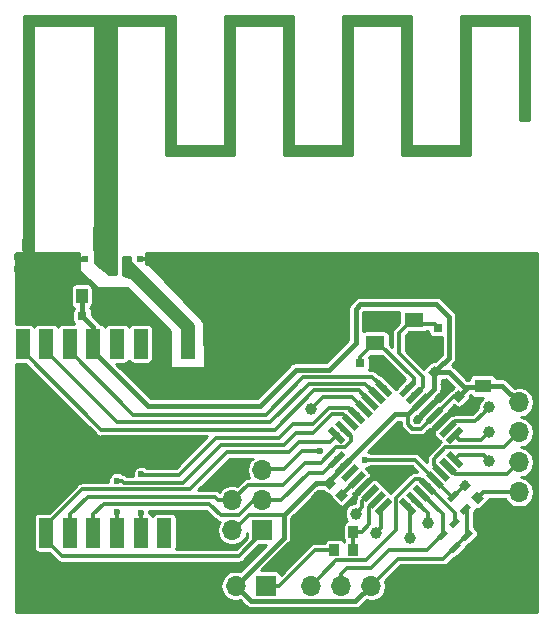
<source format=gbr>
G04 #@! TF.GenerationSoftware,KiCad,Pcbnew,(5.0.2)-1*
G04 #@! TF.CreationDate,2019-03-22T14:17:17+01:00*
G04 #@! TF.ProjectId,LoRaNode,4c6f5261-4e6f-4646-952e-6b696361645f,rev?*
G04 #@! TF.SameCoordinates,Original*
G04 #@! TF.FileFunction,Copper,L1,Top*
G04 #@! TF.FilePolarity,Positive*
%FSLAX46Y46*%
G04 Gerber Fmt 4.6, Leading zero omitted, Abs format (unit mm)*
G04 Created by KiCad (PCBNEW (5.0.2)-1) date 03/22/19 14:17:17*
%MOMM*%
%LPD*%
G01*
G04 APERTURE LIST*
G04 #@! TA.AperFunction,ComponentPad*
%ADD10O,1.700000X1.700000*%
G04 #@! TD*
G04 #@! TA.AperFunction,ComponentPad*
%ADD11R,1.700000X1.700000*%
G04 #@! TD*
G04 #@! TA.AperFunction,SMDPad,CuDef*
%ADD12R,1.200000X2.500000*%
G04 #@! TD*
G04 #@! TA.AperFunction,SMDPad,CuDef*
%ADD13C,0.750000*%
G04 #@! TD*
G04 #@! TA.AperFunction,Conductor*
%ADD14C,0.100000*%
G04 #@! TD*
G04 #@! TA.AperFunction,SMDPad,CuDef*
%ADD15R,0.600000X0.500000*%
G04 #@! TD*
G04 #@! TA.AperFunction,SMDPad,CuDef*
%ADD16R,1.000000X1.250000*%
G04 #@! TD*
G04 #@! TA.AperFunction,SMDPad,CuDef*
%ADD17R,0.800000X0.750000*%
G04 #@! TD*
G04 #@! TA.AperFunction,SMDPad,CuDef*
%ADD18R,0.750000X0.800000*%
G04 #@! TD*
G04 #@! TA.AperFunction,SMDPad,CuDef*
%ADD19C,0.500000*%
G04 #@! TD*
G04 #@! TA.AperFunction,SMDPad,CuDef*
%ADD20C,0.550000*%
G04 #@! TD*
G04 #@! TA.AperFunction,SMDPad,CuDef*
%ADD21R,1.600000X1.300000*%
G04 #@! TD*
G04 #@! TA.AperFunction,SMDPad,CuDef*
%ADD22R,0.820000X1.000000*%
G04 #@! TD*
G04 #@! TA.AperFunction,SMDPad,CuDef*
%ADD23R,1.400000X1.120000*%
G04 #@! TD*
G04 #@! TA.AperFunction,BGAPad,CuDef*
%ADD24C,1.000000*%
G04 #@! TD*
G04 #@! TA.AperFunction,SMDPad,CuDef*
%ADD25R,2.000000X2.000000*%
G04 #@! TD*
G04 #@! TA.AperFunction,SMDPad,CuDef*
%ADD26R,1.000000X1.000000*%
G04 #@! TD*
G04 #@! TA.AperFunction,ViaPad*
%ADD27C,0.600000*%
G04 #@! TD*
G04 #@! TA.AperFunction,Conductor*
%ADD28C,0.300000*%
G04 #@! TD*
G04 #@! TA.AperFunction,Conductor*
%ADD29C,0.400000*%
G04 #@! TD*
G04 #@! TA.AperFunction,Conductor*
%ADD30C,1.200000*%
G04 #@! TD*
G04 #@! TA.AperFunction,Conductor*
%ADD31C,0.200000*%
G04 #@! TD*
G04 #@! TA.AperFunction,Conductor*
%ADD32C,0.254000*%
G04 #@! TD*
G04 APERTURE END LIST*
D10*
G04 #@! TO.P,J6,4*
G04 #@! TO.N,/SCL*
X152400000Y-116332000D03*
G04 #@! TO.P,J6,3*
G04 #@! TO.N,/SDA*
X154940000Y-116332000D03*
G04 #@! TO.P,J6,2*
G04 #@! TO.N,+3V3*
X157480000Y-116332000D03*
D11*
G04 #@! TO.P,J6,1*
G04 #@! TO.N,GND*
X160020000Y-116332000D03*
G04 #@! TD*
D12*
G04 #@! TO.P,U1,1*
G04 #@! TO.N,GND*
X128000000Y-111850000D03*
G04 #@! TO.P,U1,2*
G04 #@! TO.N,/12(\002A\002A/MOSI)*
X130000000Y-111850000D03*
G04 #@! TO.P,U1,3*
G04 #@! TO.N,/11(MISO)*
X132000000Y-111850000D03*
G04 #@! TO.P,U1,4*
G04 #@! TO.N,/13(SCK)*
X134000000Y-111850000D03*
G04 #@! TO.P,U1,5*
G04 #@! TO.N,/10(\002A\002A/SS)*
X136000000Y-111850000D03*
G04 #@! TO.P,U1,6*
G04 #@! TO.N,/D9*
X138000000Y-111850000D03*
G04 #@! TO.P,U1,7*
G04 #@! TO.N,N/C*
X140000000Y-111850000D03*
G04 #@! TO.P,U1,8*
G04 #@! TO.N,GND*
X142000000Y-111850000D03*
G04 #@! TO.P,U1,9*
G04 #@! TO.N,Net-(C1-Pad1)*
X142000000Y-95850000D03*
G04 #@! TO.P,U1,10*
G04 #@! TO.N,GND*
X140000000Y-95850000D03*
G04 #@! TO.P,U1,11*
G04 #@! TO.N,N/C*
X138000000Y-95850000D03*
G04 #@! TO.P,U1,12*
X136000000Y-95850000D03*
G04 #@! TO.P,U1,13*
G04 #@! TO.N,+3V3*
X134000000Y-95850000D03*
G04 #@! TO.P,U1,14*
G04 #@! TO.N,/D5*
X132000000Y-95850000D03*
G04 #@! TO.P,U1,15*
G04 #@! TO.N,/D6*
X130000000Y-95850000D03*
G04 #@! TO.P,U1,16*
G04 #@! TO.N,/D7*
X128000000Y-95850000D03*
G04 #@! TD*
D13*
G04 #@! TO.P,C15,1*
G04 #@! TO.N,+3V3*
X164901670Y-100283670D03*
D14*
G04 #@! TD*
G04 #@! TO.N,+3V3*
G04 #@! TO.C,C15*
G36*
X164353662Y-100265992D02*
X164883992Y-99735662D01*
X165449678Y-100301348D01*
X164919348Y-100831678D01*
X164353662Y-100265992D01*
X164353662Y-100265992D01*
G37*
D13*
G04 #@! TO.P,C15,2*
G04 #@! TO.N,GND*
X165962330Y-101344330D03*
D14*
G04 #@! TD*
G04 #@! TO.N,GND*
G04 #@! TO.C,C15*
G36*
X165414322Y-101326652D02*
X165944652Y-100796322D01*
X166510338Y-101362008D01*
X165980008Y-101892338D01*
X165414322Y-101326652D01*
X165414322Y-101326652D01*
G37*
D15*
G04 #@! TO.P,C1,1*
G04 #@! TO.N,Net-(C1-Pad1)*
X136850000Y-88700000D03*
G04 #@! TO.P,C1,2*
G04 #@! TO.N,GND*
X137950000Y-88700000D03*
G04 #@! TD*
G04 #@! TO.P,C2,2*
G04 #@! TO.N,GND*
X133250000Y-88700000D03*
G04 #@! TO.P,C2,1*
X134350000Y-88700000D03*
G04 #@! TD*
G04 #@! TO.P,L1,1*
G04 #@! TO.N,Net-(C1-Pad1)*
X136750000Y-89866000D03*
G04 #@! TO.P,L1,2*
G04 #@! TO.N,GND*
X135650000Y-89866000D03*
G04 #@! TD*
D13*
G04 #@! TO.P,C11,2*
G04 #@! TO.N,GND*
X163930330Y-99312330D03*
D14*
G04 #@! TD*
G04 #@! TO.N,GND*
G04 #@! TO.C,C11*
G36*
X163382322Y-99294652D02*
X163912652Y-98764322D01*
X164478338Y-99330008D01*
X163948008Y-99860338D01*
X163382322Y-99294652D01*
X163382322Y-99294652D01*
G37*
D13*
G04 #@! TO.P,C11,1*
G04 #@! TO.N,+3V3*
X162869670Y-98251670D03*
D14*
G04 #@! TD*
G04 #@! TO.N,+3V3*
G04 #@! TO.C,C11*
G36*
X162321662Y-98233992D02*
X162851992Y-97703662D01*
X163417678Y-98269348D01*
X162887348Y-98799678D01*
X162321662Y-98233992D01*
X162321662Y-98233992D01*
G37*
D13*
G04 #@! TO.P,C12,1*
G04 #@! TO.N,Net-(C12-Pad1)*
X155040330Y-108665670D03*
D14*
G04 #@! TD*
G04 #@! TO.N,Net-(C12-Pad1)*
G04 #@! TO.C,C12*
G36*
X155058008Y-108117662D02*
X155588338Y-108647992D01*
X155022652Y-109213678D01*
X154492322Y-108683348D01*
X155058008Y-108117662D01*
X155058008Y-108117662D01*
G37*
D13*
G04 #@! TO.P,C12,2*
G04 #@! TO.N,GND*
X153979670Y-109726330D03*
D14*
G04 #@! TD*
G04 #@! TO.N,GND*
G04 #@! TO.C,C12*
G36*
X153997348Y-109178322D02*
X154527678Y-109708652D01*
X153961992Y-110274338D01*
X153431662Y-109744008D01*
X153997348Y-109178322D01*
X153997348Y-109178322D01*
G37*
D16*
G04 #@! TO.P,C13,2*
G04 #@! TO.N,GND*
X131000000Y-91800000D03*
G04 #@! TO.P,C13,1*
G04 #@! TO.N,+3V3*
X133000000Y-91800000D03*
G04 #@! TD*
D17*
G04 #@! TO.P,C14,1*
G04 #@! TO.N,+3V3*
X133050000Y-93500000D03*
G04 #@! TO.P,C14,2*
G04 #@! TO.N,GND*
X131550000Y-93500000D03*
G04 #@! TD*
D13*
G04 #@! TO.P,C16,2*
G04 #@! TO.N,GND*
X152963670Y-108710330D03*
D14*
G04 #@! TD*
G04 #@! TO.N,GND*
G04 #@! TO.C,C16*
G36*
X152981348Y-108162322D02*
X153511678Y-108692652D01*
X152945992Y-109258338D01*
X152415662Y-108728008D01*
X152981348Y-108162322D01*
X152981348Y-108162322D01*
G37*
D13*
G04 #@! TO.P,C16,1*
G04 #@! TO.N,+3V3*
X154024330Y-107649670D03*
D14*
G04 #@! TD*
G04 #@! TO.N,+3V3*
G04 #@! TO.C,C16*
G36*
X154042008Y-107101662D02*
X154572338Y-107631992D01*
X154006652Y-108197678D01*
X153476322Y-107667348D01*
X154042008Y-107101662D01*
X154042008Y-107101662D01*
G37*
D17*
G04 #@! TO.P,C18,2*
G04 #@! TO.N,GND*
X158054000Y-97512000D03*
G04 #@! TO.P,C18,1*
G04 #@! TO.N,Net-(C18-Pad1)*
X156554000Y-97512000D03*
G04 #@! TD*
D18*
G04 #@! TO.P,C19,1*
G04 #@! TO.N,Net-(C19-Pad1)*
X163146000Y-94476000D03*
G04 #@! TO.P,C19,2*
G04 #@! TO.N,GND*
X163146000Y-95976000D03*
G04 #@! TD*
D13*
G04 #@! TO.P,C20,2*
G04 #@! TO.N,/DTR*
X166520830Y-108875330D03*
D14*
G04 #@! TD*
G04 #@! TO.N,/DTR*
G04 #@! TO.C,C20*
G36*
X165972822Y-108857652D02*
X166503152Y-108327322D01*
X167068838Y-108893008D01*
X166538508Y-109423338D01*
X165972822Y-108857652D01*
X165972822Y-108857652D01*
G37*
D13*
G04 #@! TO.P,C20,1*
G04 #@! TO.N,/RES*
X165460170Y-107814670D03*
D14*
G04 #@! TD*
G04 #@! TO.N,/RES*
G04 #@! TO.C,C20*
G36*
X164912162Y-107796992D02*
X165442492Y-107266662D01*
X166008178Y-107832348D01*
X165477848Y-108362678D01*
X164912162Y-107796992D01*
X164912162Y-107796992D01*
G37*
D10*
G04 #@! TO.P,J4,6*
G04 #@! TO.N,GND*
X145760000Y-106560000D03*
G04 #@! TO.P,J4,5*
G04 #@! TO.N,/RES*
X148300000Y-106560000D03*
G04 #@! TO.P,J4,4*
G04 #@! TO.N,/11(MISO)*
X145760000Y-109100000D03*
G04 #@! TO.P,J4,3*
G04 #@! TO.N,/13(SCK)*
X148300000Y-109100000D03*
G04 #@! TO.P,J4,2*
G04 #@! TO.N,+3V3*
X145760000Y-111640000D03*
D11*
G04 #@! TO.P,J4,1*
G04 #@! TO.N,/12(\002A\002A/MOSI)*
X148300000Y-111640000D03*
G04 #@! TD*
D10*
G04 #@! TO.P,J5,6*
G04 #@! TO.N,/DTR*
X170004000Y-108434000D03*
G04 #@! TO.P,J5,5*
G04 #@! TO.N,/D1/TX*
X170004000Y-105894000D03*
G04 #@! TO.P,J5,4*
G04 #@! TO.N,/D0/RX*
X170004000Y-103354000D03*
G04 #@! TO.P,J5,3*
G04 #@! TO.N,+3V3*
X170004000Y-100814000D03*
G04 #@! TO.P,J5,2*
G04 #@! TO.N,GND*
X170004000Y-98274000D03*
D11*
G04 #@! TO.P,J5,1*
X170004000Y-95734000D03*
G04 #@! TD*
D19*
G04 #@! TO.P,R13,2*
G04 #@! TO.N,/RES*
X164444170Y-108767170D03*
D14*
G04 #@! TD*
G04 #@! TO.N,/RES*
G04 #@! TO.C,R13*
G36*
X164939145Y-108625749D02*
X164302749Y-109262145D01*
X163949195Y-108908591D01*
X164585591Y-108272195D01*
X164939145Y-108625749D01*
X164939145Y-108625749D01*
G37*
D19*
G04 #@! TO.P,R13,1*
G04 #@! TO.N,+3V3*
X165504830Y-109827830D03*
D14*
G04 #@! TD*
G04 #@! TO.N,+3V3*
G04 #@! TO.C,R13*
G36*
X165999805Y-109686409D02*
X165363409Y-110322805D01*
X165009855Y-109969251D01*
X165646251Y-109332855D01*
X165999805Y-109686409D01*
X165999805Y-109686409D01*
G37*
D20*
G04 #@! TO.P,U4,32*
G04 #@! TO.N,/D2*
X164575103Y-105649305D03*
D14*
G04 #@! TD*
G04 #@! TO.N,/D2*
G04 #@! TO.C,U4*
G36*
X163814963Y-105278074D02*
X164203872Y-104889165D01*
X165335243Y-106020536D01*
X164946334Y-106409445D01*
X163814963Y-105278074D01*
X163814963Y-105278074D01*
G37*
D20*
G04 #@! TO.P,U4,31*
G04 #@! TO.N,/D1/TX*
X164009417Y-106214990D03*
D14*
G04 #@! TD*
G04 #@! TO.N,/D1/TX*
G04 #@! TO.C,U4*
G36*
X163249277Y-105843759D02*
X163638186Y-105454850D01*
X164769557Y-106586221D01*
X164380648Y-106975130D01*
X163249277Y-105843759D01*
X163249277Y-105843759D01*
G37*
D20*
G04 #@! TO.P,U4,30*
G04 #@! TO.N,/D0/RX*
X163443732Y-106780676D03*
D14*
G04 #@! TD*
G04 #@! TO.N,/D0/RX*
G04 #@! TO.C,U4*
G36*
X162683592Y-106409445D02*
X163072501Y-106020536D01*
X164203872Y-107151907D01*
X163814963Y-107540816D01*
X162683592Y-106409445D01*
X162683592Y-106409445D01*
G37*
D20*
G04 #@! TO.P,U4,29*
G04 #@! TO.N,/RES*
X162878047Y-107346361D03*
D14*
G04 #@! TD*
G04 #@! TO.N,/RES*
G04 #@! TO.C,U4*
G36*
X162117907Y-106975130D02*
X162506816Y-106586221D01*
X163638187Y-107717592D01*
X163249278Y-108106501D01*
X162117907Y-106975130D01*
X162117907Y-106975130D01*
G37*
D20*
G04 #@! TO.P,U4,28*
G04 #@! TO.N,/SCL*
X162312361Y-107912047D03*
D14*
G04 #@! TD*
G04 #@! TO.N,/SCL*
G04 #@! TO.C,U4*
G36*
X161552221Y-107540816D02*
X161941130Y-107151907D01*
X163072501Y-108283278D01*
X162683592Y-108672187D01*
X161552221Y-107540816D01*
X161552221Y-107540816D01*
G37*
D20*
G04 #@! TO.P,U4,27*
G04 #@! TO.N,/SDA*
X161746676Y-108477732D03*
D14*
G04 #@! TD*
G04 #@! TO.N,/SDA*
G04 #@! TO.C,U4*
G36*
X160986536Y-108106501D02*
X161375445Y-107717592D01*
X162506816Y-108848963D01*
X162117907Y-109237872D01*
X160986536Y-108106501D01*
X160986536Y-108106501D01*
G37*
D20*
G04 #@! TO.P,U4,26*
G04 #@! TO.N,/A3*
X161180990Y-109043417D03*
D14*
G04 #@! TD*
G04 #@! TO.N,/A3*
G04 #@! TO.C,U4*
G36*
X160420850Y-108672186D02*
X160809759Y-108283277D01*
X161941130Y-109414648D01*
X161552221Y-109803557D01*
X160420850Y-108672186D01*
X160420850Y-108672186D01*
G37*
D20*
G04 #@! TO.P,U4,25*
G04 #@! TO.N,/A2*
X160615305Y-109609103D03*
D14*
G04 #@! TD*
G04 #@! TO.N,/A2*
G04 #@! TO.C,U4*
G36*
X159855165Y-109237872D02*
X160244074Y-108848963D01*
X161375445Y-109980334D01*
X160986536Y-110369243D01*
X159855165Y-109237872D01*
X159855165Y-109237872D01*
G37*
D20*
G04 #@! TO.P,U4,24*
G04 #@! TO.N,/A1*
X158564695Y-109609103D03*
D14*
G04 #@! TD*
G04 #@! TO.N,/A1*
G04 #@! TO.C,U4*
G36*
X158935926Y-108848963D02*
X159324835Y-109237872D01*
X158193464Y-110369243D01*
X157804555Y-109980334D01*
X158935926Y-108848963D01*
X158935926Y-108848963D01*
G37*
D20*
G04 #@! TO.P,U4,23*
G04 #@! TO.N,/A0*
X157999010Y-109043417D03*
D14*
G04 #@! TD*
G04 #@! TO.N,/A0*
G04 #@! TO.C,U4*
G36*
X158370241Y-108283277D02*
X158759150Y-108672186D01*
X157627779Y-109803557D01*
X157238870Y-109414648D01*
X158370241Y-108283277D01*
X158370241Y-108283277D01*
G37*
D20*
G04 #@! TO.P,U4,22*
G04 #@! TO.N,/A7*
X157433324Y-108477732D03*
D14*
G04 #@! TD*
G04 #@! TO.N,/A7*
G04 #@! TO.C,U4*
G36*
X157804555Y-107717592D02*
X158193464Y-108106501D01*
X157062093Y-109237872D01*
X156673184Y-108848963D01*
X157804555Y-107717592D01*
X157804555Y-107717592D01*
G37*
D20*
G04 #@! TO.P,U4,21*
G04 #@! TO.N,GND*
X156867639Y-107912047D03*
D14*
G04 #@! TD*
G04 #@! TO.N,GND*
G04 #@! TO.C,U4*
G36*
X157238870Y-107151907D02*
X157627779Y-107540816D01*
X156496408Y-108672187D01*
X156107499Y-108283278D01*
X157238870Y-107151907D01*
X157238870Y-107151907D01*
G37*
D20*
G04 #@! TO.P,U4,20*
G04 #@! TO.N,Net-(C12-Pad1)*
X156301953Y-107346361D03*
D14*
G04 #@! TD*
G04 #@! TO.N,Net-(C12-Pad1)*
G04 #@! TO.C,U4*
G36*
X156673184Y-106586221D02*
X157062093Y-106975130D01*
X155930722Y-108106501D01*
X155541813Y-107717592D01*
X156673184Y-106586221D01*
X156673184Y-106586221D01*
G37*
D20*
G04 #@! TO.P,U4,19*
G04 #@! TO.N,N/C*
X155736268Y-106780676D03*
D14*
G04 #@! TD*
G04 #@! TO.N,N/C*
G04 #@! TO.C,U4*
G36*
X156107499Y-106020536D02*
X156496408Y-106409445D01*
X155365037Y-107540816D01*
X154976128Y-107151907D01*
X156107499Y-106020536D01*
X156107499Y-106020536D01*
G37*
D20*
G04 #@! TO.P,U4,18*
G04 #@! TO.N,+3V3*
X155170583Y-106214990D03*
D14*
G04 #@! TD*
G04 #@! TO.N,+3V3*
G04 #@! TO.C,U4*
G36*
X155541814Y-105454850D02*
X155930723Y-105843759D01*
X154799352Y-106975130D01*
X154410443Y-106586221D01*
X155541814Y-105454850D01*
X155541814Y-105454850D01*
G37*
D20*
G04 #@! TO.P,U4,17*
G04 #@! TO.N,/13(SCK)*
X154604897Y-105649305D03*
D14*
G04 #@! TD*
G04 #@! TO.N,/13(SCK)*
G04 #@! TO.C,U4*
G36*
X154976128Y-104889165D02*
X155365037Y-105278074D01*
X154233666Y-106409445D01*
X153844757Y-106020536D01*
X154976128Y-104889165D01*
X154976128Y-104889165D01*
G37*
D20*
G04 #@! TO.P,U4,16*
G04 #@! TO.N,/12(\002A\002A/MOSI)*
X154604897Y-103598695D03*
D14*
G04 #@! TD*
G04 #@! TO.N,/12(\002A\002A/MOSI)*
G04 #@! TO.C,U4*
G36*
X153844757Y-103227464D02*
X154233666Y-102838555D01*
X155365037Y-103969926D01*
X154976128Y-104358835D01*
X153844757Y-103227464D01*
X153844757Y-103227464D01*
G37*
D20*
G04 #@! TO.P,U4,15*
G04 #@! TO.N,/11(MISO)*
X155170583Y-103033010D03*
D14*
G04 #@! TD*
G04 #@! TO.N,/11(MISO)*
G04 #@! TO.C,U4*
G36*
X154410443Y-102661779D02*
X154799352Y-102272870D01*
X155930723Y-103404241D01*
X155541814Y-103793150D01*
X154410443Y-102661779D01*
X154410443Y-102661779D01*
G37*
D20*
G04 #@! TO.P,U4,14*
G04 #@! TO.N,/10(\002A\002A/SS)*
X155736268Y-102467324D03*
D14*
G04 #@! TD*
G04 #@! TO.N,/10(\002A\002A/SS)*
G04 #@! TO.C,U4*
G36*
X154976128Y-102096093D02*
X155365037Y-101707184D01*
X156496408Y-102838555D01*
X156107499Y-103227464D01*
X154976128Y-102096093D01*
X154976128Y-102096093D01*
G37*
D20*
G04 #@! TO.P,U4,13*
G04 #@! TO.N,/D9*
X156301953Y-101901639D03*
D14*
G04 #@! TD*
G04 #@! TO.N,/D9*
G04 #@! TO.C,U4*
G36*
X155541813Y-101530408D02*
X155930722Y-101141499D01*
X157062093Y-102272870D01*
X156673184Y-102661779D01*
X155541813Y-101530408D01*
X155541813Y-101530408D01*
G37*
D20*
G04 #@! TO.P,U4,12*
G04 #@! TO.N,/D8*
X156867639Y-101335953D03*
D14*
G04 #@! TD*
G04 #@! TO.N,/D8*
G04 #@! TO.C,U4*
G36*
X156107499Y-100964722D02*
X156496408Y-100575813D01*
X157627779Y-101707184D01*
X157238870Y-102096093D01*
X156107499Y-100964722D01*
X156107499Y-100964722D01*
G37*
D20*
G04 #@! TO.P,U4,11*
G04 #@! TO.N,/D7*
X157433324Y-100770268D03*
D14*
G04 #@! TD*
G04 #@! TO.N,/D7*
G04 #@! TO.C,U4*
G36*
X156673184Y-100399037D02*
X157062093Y-100010128D01*
X158193464Y-101141499D01*
X157804555Y-101530408D01*
X156673184Y-100399037D01*
X156673184Y-100399037D01*
G37*
D20*
G04 #@! TO.P,U4,10*
G04 #@! TO.N,/D6*
X157999010Y-100204583D03*
D14*
G04 #@! TD*
G04 #@! TO.N,/D6*
G04 #@! TO.C,U4*
G36*
X157238870Y-99833352D02*
X157627779Y-99444443D01*
X158759150Y-100575814D01*
X158370241Y-100964723D01*
X157238870Y-99833352D01*
X157238870Y-99833352D01*
G37*
D20*
G04 #@! TO.P,U4,9*
G04 #@! TO.N,/D5*
X158564695Y-99638897D03*
D14*
G04 #@! TD*
G04 #@! TO.N,/D5*
G04 #@! TO.C,U4*
G36*
X157804555Y-99267666D02*
X158193464Y-98878757D01*
X159324835Y-100010128D01*
X158935926Y-100399037D01*
X157804555Y-99267666D01*
X157804555Y-99267666D01*
G37*
D20*
G04 #@! TO.P,U4,8*
G04 #@! TO.N,Net-(C18-Pad1)*
X160615305Y-99638897D03*
D14*
G04 #@! TD*
G04 #@! TO.N,Net-(C18-Pad1)*
G04 #@! TO.C,U4*
G36*
X160986536Y-98878757D02*
X161375445Y-99267666D01*
X160244074Y-100399037D01*
X159855165Y-100010128D01*
X160986536Y-98878757D01*
X160986536Y-98878757D01*
G37*
D20*
G04 #@! TO.P,U4,7*
G04 #@! TO.N,Net-(C19-Pad1)*
X161180990Y-100204583D03*
D14*
G04 #@! TD*
G04 #@! TO.N,Net-(C19-Pad1)*
G04 #@! TO.C,U4*
G36*
X161552221Y-99444443D02*
X161941130Y-99833352D01*
X160809759Y-100964723D01*
X160420850Y-100575814D01*
X161552221Y-99444443D01*
X161552221Y-99444443D01*
G37*
D20*
G04 #@! TO.P,U4,6*
G04 #@! TO.N,+3V3*
X161746676Y-100770268D03*
D14*
G04 #@! TD*
G04 #@! TO.N,+3V3*
G04 #@! TO.C,U4*
G36*
X162117907Y-100010128D02*
X162506816Y-100399037D01*
X161375445Y-101530408D01*
X160986536Y-101141499D01*
X162117907Y-100010128D01*
X162117907Y-100010128D01*
G37*
D20*
G04 #@! TO.P,U4,5*
G04 #@! TO.N,GND*
X162312361Y-101335953D03*
D14*
G04 #@! TD*
G04 #@! TO.N,GND*
G04 #@! TO.C,U4*
G36*
X162683592Y-100575813D02*
X163072501Y-100964722D01*
X161941130Y-102096093D01*
X161552221Y-101707184D01*
X162683592Y-100575813D01*
X162683592Y-100575813D01*
G37*
D20*
G04 #@! TO.P,U4,4*
G04 #@! TO.N,+3V3*
X162878047Y-101901639D03*
D14*
G04 #@! TD*
G04 #@! TO.N,+3V3*
G04 #@! TO.C,U4*
G36*
X163249278Y-101141499D02*
X163638187Y-101530408D01*
X162506816Y-102661779D01*
X162117907Y-102272870D01*
X163249278Y-101141499D01*
X163249278Y-101141499D01*
G37*
D20*
G04 #@! TO.P,U4,3*
G04 #@! TO.N,GND*
X163443732Y-102467324D03*
D14*
G04 #@! TD*
G04 #@! TO.N,GND*
G04 #@! TO.C,U4*
G36*
X163814963Y-101707184D02*
X164203872Y-102096093D01*
X163072501Y-103227464D01*
X162683592Y-102838555D01*
X163814963Y-101707184D01*
X163814963Y-101707184D01*
G37*
D20*
G04 #@! TO.P,U4,2*
G04 #@! TO.N,/D4*
X164009417Y-103033010D03*
D14*
G04 #@! TD*
G04 #@! TO.N,/D4*
G04 #@! TO.C,U4*
G36*
X164380648Y-102272870D02*
X164769557Y-102661779D01*
X163638186Y-103793150D01*
X163249277Y-103404241D01*
X164380648Y-102272870D01*
X164380648Y-102272870D01*
G37*
D20*
G04 #@! TO.P,U4,1*
G04 #@! TO.N,/D3*
X164575103Y-103598695D03*
D14*
G04 #@! TD*
G04 #@! TO.N,/D3*
G04 #@! TO.C,U4*
G36*
X164946334Y-102838555D02*
X165335243Y-103227464D01*
X164203872Y-104358835D01*
X163814963Y-103969926D01*
X164946334Y-102838555D01*
X164946334Y-102838555D01*
G37*
D21*
G04 #@! TO.P,Y1,4*
G04 #@! TO.N,GND*
X161140432Y-95800024D03*
G04 #@! TO.P,Y1,3*
G04 #@! TO.N,Net-(C18-Pad1)*
X157840432Y-95800024D03*
G04 #@! TO.P,Y1,2*
G04 #@! TO.N,GND*
X157840432Y-93800024D03*
G04 #@! TO.P,Y1,1*
G04 #@! TO.N,Net-(C19-Pad1)*
X161140432Y-93800024D03*
G04 #@! TD*
D19*
G04 #@! TO.P,R14,1*
G04 #@! TO.N,+3V3*
X165630330Y-112036330D03*
D14*
G04 #@! TD*
G04 #@! TO.N,+3V3*
G04 #@! TO.C,R14*
G36*
X166125305Y-111894909D02*
X165488909Y-112531305D01*
X165135355Y-112177751D01*
X165771751Y-111541355D01*
X166125305Y-111894909D01*
X166125305Y-111894909D01*
G37*
D19*
G04 #@! TO.P,R14,2*
G04 #@! TO.N,/SCL*
X164569670Y-110975670D03*
D14*
G04 #@! TD*
G04 #@! TO.N,/SCL*
G04 #@! TO.C,R14*
G36*
X165064645Y-110834249D02*
X164428249Y-111470645D01*
X164074695Y-111117091D01*
X164711091Y-110480695D01*
X165064645Y-110834249D01*
X165064645Y-110834249D01*
G37*
D19*
G04 #@! TO.P,R15,2*
G04 #@! TO.N,/SDA*
X163553670Y-111991670D03*
D14*
G04 #@! TD*
G04 #@! TO.N,/SDA*
G04 #@! TO.C,R15*
G36*
X164048645Y-111850249D02*
X163412249Y-112486645D01*
X163058695Y-112133091D01*
X163695091Y-111496695D01*
X164048645Y-111850249D01*
X164048645Y-111850249D01*
G37*
D19*
G04 #@! TO.P,R15,1*
G04 #@! TO.N,+3V3*
X164614330Y-113052330D03*
D14*
G04 #@! TD*
G04 #@! TO.N,+3V3*
G04 #@! TO.C,R15*
G36*
X165109305Y-112910909D02*
X164472909Y-113547305D01*
X164119355Y-113193751D01*
X164755751Y-112557355D01*
X165109305Y-112910909D01*
X165109305Y-112910909D01*
G37*
D22*
G04 #@! TO.P,R16,2*
G04 #@! TO.N,/A0*
X155993999Y-113284000D03*
G04 #@! TO.P,R16,1*
G04 #@! TO.N,/VBAT*
X154394001Y-113284000D03*
G04 #@! TD*
G04 #@! TO.P,R17,1*
G04 #@! TO.N,/A0*
X155993999Y-111760000D03*
G04 #@! TO.P,R17,2*
G04 #@! TO.N,GND*
X154394001Y-111760000D03*
G04 #@! TD*
D23*
G04 #@! TO.P,C17,1*
G04 #@! TO.N,+3V3*
X166956000Y-99408000D03*
G04 #@! TO.P,C17,2*
G04 #@! TO.N,GND*
X166956000Y-97648000D03*
G04 #@! TD*
D24*
G04 #@! TO.P,J9,1*
G04 #@! TO.N,/D3*
X167514500Y-103290500D03*
G04 #@! TD*
G04 #@! TO.P,J10,1*
G04 #@! TO.N,/D4*
X167527500Y-101195000D03*
G04 #@! TD*
G04 #@! TO.P,J11,1*
G04 #@! TO.N,/A1*
X157962600Y-111912400D03*
G04 #@! TD*
G04 #@! TO.P,J12,1*
G04 #@! TO.N,/A2*
X160782000Y-112268000D03*
G04 #@! TD*
G04 #@! TO.P,J13,1*
G04 #@! TO.N,/A3*
X162306000Y-110998000D03*
G04 #@! TD*
G04 #@! TO.P,J14,1*
G04 #@! TO.N,/D8*
X152400000Y-101360000D03*
G04 #@! TD*
D11*
G04 #@! TO.P,J2,1*
G04 #@! TO.N,/VBAT*
X148590000Y-116332000D03*
D10*
G04 #@! TO.P,J2,2*
G04 #@! TO.N,+3V3*
X146050000Y-116332000D03*
G04 #@! TO.P,J2,3*
G04 #@! TO.N,GND*
X143510000Y-116332000D03*
G04 #@! TD*
D25*
G04 #@! TO.P,J1,1*
G04 #@! TO.N,GND*
X135000000Y-87000000D03*
G04 #@! TD*
D26*
G04 #@! TO.P,J3,1*
G04 #@! TO.N,GND*
X128500000Y-87500000D03*
G04 #@! TD*
D24*
G04 #@! TO.P,J8,1*
G04 #@! TO.N,/D2*
X167514500Y-105767000D03*
G04 #@! TD*
G04 #@! TO.P,J7,1*
G04 #@! TO.N,/A7*
X156210000Y-110236000D03*
G04 #@! TD*
D27*
G04 #@! TO.N,/RES*
X156972010Y-105664000D03*
X153162000Y-104902000D03*
G04 #@! TO.N,/D9*
X138000000Y-110200000D03*
X138049000Y-106899980D03*
G04 #@! TO.N,/10(\002A\002A/SS)*
X136000000Y-107449991D03*
X136000000Y-110110010D03*
G04 #@! TO.N,GND*
X153240000Y-110466000D03*
X162891992Y-96750000D03*
X158828000Y-98274020D03*
X162435174Y-103405174D03*
X161353735Y-102279781D03*
X157812000Y-106910000D03*
X159082000Y-93956000D03*
X128000000Y-110000000D03*
X128000000Y-113500000D03*
X130500000Y-93500000D03*
X132500000Y-88700000D03*
X138000000Y-93000000D03*
X137000000Y-92000000D03*
X136000000Y-91500000D03*
X134500000Y-91500000D03*
X133000000Y-90500000D03*
X129500000Y-88500000D03*
X128500000Y-88500000D03*
X127500000Y-88500000D03*
X127500000Y-89500000D03*
X128500000Y-89500000D03*
X129500000Y-89500000D03*
X131000000Y-88500000D03*
X140000000Y-98000000D03*
X141000000Y-98500000D03*
X142000000Y-98500000D03*
X143000000Y-98500000D03*
X144000000Y-98000000D03*
X144000000Y-97000000D03*
X144000000Y-96000000D03*
X144000000Y-95000000D03*
X144000000Y-94000000D03*
X143000000Y-93000000D03*
X142000000Y-92000000D03*
X141000000Y-91000000D03*
X140000000Y-90000000D03*
X138800000Y-88700000D03*
X140000000Y-97000000D03*
X140000000Y-95850000D03*
X139800007Y-94599999D03*
X139000000Y-94000000D03*
X128000000Y-90500000D03*
X128000000Y-91500000D03*
X128000000Y-92500000D03*
X128000000Y-93500000D03*
X158000000Y-89000000D03*
X159000000Y-89000000D03*
X156000000Y-89000000D03*
X171000000Y-90000000D03*
X147000000Y-89000000D03*
X150000000Y-89000000D03*
X157000000Y-89000000D03*
X161000000Y-89000000D03*
X164000000Y-89000000D03*
X144000000Y-89000000D03*
X146000000Y-89000000D03*
X171000000Y-92000000D03*
X151000000Y-89000000D03*
X153000000Y-89000000D03*
X154000000Y-89000000D03*
X163000000Y-89000000D03*
X166000000Y-89000000D03*
X168000000Y-89000000D03*
X170000000Y-89000000D03*
X171000000Y-94000000D03*
X155000000Y-89000000D03*
X143000000Y-89000000D03*
X171000000Y-91000000D03*
X148000000Y-89000000D03*
X152000000Y-89000000D03*
X160000000Y-89000000D03*
X162000000Y-89000000D03*
X171000000Y-93000000D03*
X167000000Y-89000000D03*
X142000000Y-89000000D03*
X165000000Y-89000000D03*
X171000000Y-89000000D03*
X149000000Y-89000000D03*
X145000000Y-89000000D03*
X169000000Y-89000000D03*
X141000000Y-89000000D03*
X167000000Y-118000000D03*
X168000000Y-118000000D03*
X169000000Y-118000000D03*
X170000000Y-118000000D03*
X171000000Y-118000000D03*
X171000000Y-117000000D03*
X171000000Y-116000000D03*
X171000000Y-115000000D03*
X171000000Y-114000000D03*
X171000000Y-113000000D03*
X171000000Y-112000000D03*
X171000000Y-111000000D03*
X171000000Y-110000000D03*
X145000000Y-118000000D03*
X144000000Y-118000000D03*
X143000000Y-118000000D03*
X142000000Y-118000000D03*
X141000000Y-118000000D03*
X140000000Y-118000000D03*
X139000000Y-118000000D03*
X138000000Y-118000000D03*
X137000000Y-118000000D03*
X136000000Y-118000000D03*
X135000000Y-118000000D03*
X134000000Y-118000000D03*
X133000000Y-118000000D03*
X132000000Y-118000000D03*
X131000000Y-118000000D03*
X130000000Y-118000000D03*
X129000000Y-118000000D03*
X128000000Y-118000000D03*
X128000000Y-117000000D03*
X128000000Y-116000000D03*
X128000000Y-115000000D03*
X128000000Y-109000000D03*
X128000000Y-108000000D03*
X128000000Y-107000000D03*
X128000000Y-106000000D03*
X128000000Y-105000000D03*
X128000000Y-104000000D03*
X128000000Y-103000000D03*
X128000000Y-102000000D03*
X128000000Y-101000000D03*
X128000000Y-100000000D03*
X128000000Y-99000000D03*
X128000000Y-98000000D03*
X143256000Y-112776000D03*
X143256000Y-110744000D03*
X161000000Y-117996011D03*
X160000000Y-117996011D03*
X162000000Y-117996011D03*
X163000000Y-117996011D03*
X159000000Y-117996011D03*
X164915447Y-117996011D03*
X158000000Y-117996011D03*
X164000000Y-117996011D03*
X146000000Y-118000000D03*
X166000000Y-118000000D03*
G04 #@! TD*
D28*
G04 #@! TO.N,/13(SCK)*
X134000000Y-110300000D02*
X134900000Y-109400000D01*
X147610023Y-109100000D02*
X148300000Y-109100000D01*
X134900000Y-109400000D02*
X143800000Y-109400000D01*
X143800000Y-109400000D02*
X144760001Y-110360001D01*
X144760001Y-110360001D02*
X146350022Y-110360001D01*
X134000000Y-111850000D02*
X134000000Y-110300000D01*
X146350022Y-110360001D02*
X147610023Y-109100000D01*
X149900000Y-109100000D02*
X148300000Y-109100000D01*
X152218400Y-106781600D02*
X149900000Y-109100000D01*
X154604897Y-105649305D02*
X153472602Y-106781600D01*
X153472602Y-106781600D02*
X152218400Y-106781600D01*
G04 #@! TO.N,/12(\002A\002A/MOSI)*
X148300000Y-111796000D02*
X148300000Y-111640000D01*
X146296000Y-113800000D02*
X148300000Y-111796000D01*
X131300000Y-113800000D02*
X146296000Y-113800000D01*
X130000000Y-111850000D02*
X130000000Y-112500000D01*
X130000000Y-112500000D02*
X131300000Y-113800000D01*
X133049999Y-108150001D02*
X130000000Y-111200000D01*
X130000000Y-111200000D02*
X130000000Y-111850000D01*
X154063592Y-104140000D02*
X151384000Y-104140000D01*
X154604897Y-103598695D02*
X154063592Y-104140000D01*
X151384000Y-104140000D02*
X150524000Y-105000000D01*
X150524000Y-105000000D02*
X145300000Y-105000000D01*
X145300000Y-105000000D02*
X142149999Y-108150001D01*
X142149999Y-108150001D02*
X133049999Y-108150001D01*
G04 #@! TO.N,/11(MISO)*
X132000000Y-110300000D02*
X132000000Y-111850000D01*
X133500000Y-108800000D02*
X132000000Y-110300000D01*
X144257919Y-108800000D02*
X133500000Y-108800000D01*
X145760000Y-109100000D02*
X144557919Y-109100000D01*
X144557919Y-109100000D02*
X144257919Y-108800000D01*
X155806978Y-103669405D02*
X155806978Y-104085822D01*
X155170583Y-103033010D02*
X155806978Y-103669405D01*
X150010000Y-107800000D02*
X147060000Y-107800000D01*
X155806978Y-104085822D02*
X155268955Y-104623845D01*
X151892000Y-105918000D02*
X150010000Y-107800000D01*
X155268955Y-104623845D02*
X154576155Y-104623845D01*
X154576155Y-104623845D02*
X153282000Y-105918000D01*
X147060000Y-107800000D02*
X145760000Y-109100000D01*
X153282000Y-105918000D02*
X151892000Y-105918000D01*
D29*
G04 #@! TO.N,+3V3*
X154024330Y-107649670D02*
X154024330Y-107361243D01*
X154024330Y-107361243D02*
X155170583Y-106214990D01*
X165686000Y-99544000D02*
X165399452Y-99544000D01*
X165399452Y-99544000D02*
X164107122Y-98251670D01*
X164107122Y-98251670D02*
X163500000Y-98251670D01*
X163500000Y-98251670D02*
X162869670Y-98251670D01*
X164946330Y-100283670D02*
X165686000Y-99544000D01*
X164901670Y-100283670D02*
X164946330Y-100283670D01*
X165686000Y-99544000D02*
X166820000Y-99544000D01*
X166820000Y-99544000D02*
X166956000Y-99408000D01*
X159555573Y-101830000D02*
X160651603Y-101830000D01*
X155170583Y-106214990D02*
X159555573Y-101830000D01*
X160651603Y-101830000D02*
X161711335Y-100770268D01*
X161711335Y-100770268D02*
X161746676Y-100770268D01*
D28*
X160993734Y-103029782D02*
X160603734Y-102639782D01*
X160603734Y-102639782D02*
X160603734Y-101807159D01*
X161640625Y-100770268D02*
X161746676Y-100770268D01*
X162878047Y-101901639D02*
X164496016Y-100283670D01*
X164496016Y-100283670D02*
X164901670Y-100283670D01*
X162878047Y-101901639D02*
X161749904Y-103029782D01*
X161749904Y-103029782D02*
X160993734Y-103029782D01*
D29*
X168598000Y-99408000D02*
X170004000Y-100814000D01*
X166956000Y-99408000D02*
X168598000Y-99408000D01*
X162869670Y-99647274D02*
X162869670Y-98251670D01*
X161746676Y-100770268D02*
X162869670Y-99647274D01*
X134000000Y-94450000D02*
X133050000Y-93500000D01*
X134000000Y-95850000D02*
X134000000Y-94450000D01*
X133050000Y-91850000D02*
X133000000Y-91800000D01*
X133050000Y-93500000D02*
X133050000Y-91850000D01*
X163205545Y-97915795D02*
X162869670Y-98251670D01*
X163019000Y-92495500D02*
X164098500Y-93575000D01*
X156605500Y-92495500D02*
X163019000Y-92495500D01*
X156210000Y-92891000D02*
X156605500Y-92495500D01*
X164098500Y-97022840D02*
X163205545Y-97915795D01*
X156210000Y-95758000D02*
X156210000Y-92891000D01*
X134000000Y-96500000D02*
X138592000Y-101092000D01*
X164098500Y-93575000D02*
X164098500Y-97022840D01*
X138592000Y-101092000D02*
X148082000Y-101092000D01*
X134000000Y-95850000D02*
X134000000Y-96500000D01*
X148082000Y-101092000D02*
X151130000Y-98044000D01*
X151130000Y-98044000D02*
X153924000Y-98044000D01*
X153924000Y-98044000D02*
X156210000Y-95758000D01*
X156179999Y-117632001D02*
X147350001Y-117632001D01*
X147350001Y-117632001D02*
X146899999Y-117181999D01*
X146899999Y-117181999D02*
X146050000Y-116332000D01*
X157480000Y-116332000D02*
X156179999Y-117632001D01*
D28*
X165630330Y-112036330D02*
X164614330Y-113052330D01*
X165630330Y-109953330D02*
X165504830Y-109827830D01*
X165630330Y-112036330D02*
X165630330Y-109953330D01*
X164225422Y-113441238D02*
X164614330Y-113052330D01*
X163620660Y-114046000D02*
X164225422Y-113441238D01*
X157480000Y-116332000D02*
X159766000Y-114046000D01*
X159766000Y-114046000D02*
X163620660Y-114046000D01*
D29*
X150114000Y-112268000D02*
X150114000Y-110405998D01*
X146050000Y-116332000D02*
X150114000Y-112268000D01*
D28*
X150088001Y-110379999D02*
X150114000Y-110405998D01*
X147136777Y-110379999D02*
X150088001Y-110379999D01*
X145760000Y-111640000D02*
X145876776Y-111640000D01*
X145876776Y-111640000D02*
X147136777Y-110379999D01*
D29*
X152870328Y-107649670D02*
X154024330Y-107649670D01*
X152817686Y-107702312D02*
X152870328Y-107649670D01*
X152790804Y-107702312D02*
X152817686Y-107702312D01*
X150114000Y-110405998D02*
X150114000Y-110379116D01*
X150114000Y-110379116D02*
X152790804Y-107702312D01*
D30*
G04 #@! TO.N,Net-(C1-Pad1)*
X142000000Y-95850000D02*
X142000000Y-94400000D01*
X142000000Y-94400000D02*
X137700000Y-90100000D01*
D31*
X136650000Y-88900000D02*
X136850000Y-88700000D01*
X136650000Y-89866000D02*
X136650000Y-88900000D01*
X137466000Y-89866000D02*
X136750000Y-89866000D01*
X137700000Y-90100000D02*
X137466000Y-89866000D01*
D28*
G04 #@! TO.N,Net-(C12-Pad1)*
X155040330Y-108665670D02*
X155040330Y-108607984D01*
X155040330Y-108607984D02*
X156301953Y-107346361D01*
G04 #@! TO.N,Net-(C18-Pad1)*
X156554000Y-96992000D02*
X157745976Y-95800024D01*
X156554000Y-97512000D02*
X156554000Y-96992000D01*
X157745976Y-95800024D02*
X157840432Y-95800024D01*
X161114000Y-99140202D02*
X161114000Y-98782000D01*
X160615305Y-99638897D02*
X161114000Y-99140202D01*
X161114000Y-98782000D02*
X158132024Y-95800024D01*
X158132024Y-95800024D02*
X157840432Y-95800024D01*
G04 #@! TO.N,Net-(C19-Pad1)*
X162880000Y-94210000D02*
X161550408Y-94210000D01*
X163146000Y-94476000D02*
X162880000Y-94210000D01*
X161550408Y-94210000D02*
X161140432Y-93800024D01*
X161876000Y-99509573D02*
X161876000Y-98695458D01*
X161180990Y-100204583D02*
X161876000Y-99509573D01*
X161876000Y-98695458D02*
X159844000Y-96663458D01*
X159844000Y-96663458D02*
X159844000Y-94946456D01*
X159844000Y-94946456D02*
X160990432Y-93800024D01*
X160990432Y-93800024D02*
X161140432Y-93800024D01*
G04 #@! TO.N,/RES*
X164298856Y-108767170D02*
X162878047Y-107346361D01*
X164444170Y-108767170D02*
X164298856Y-108767170D01*
X164507670Y-108767170D02*
X165460170Y-107814670D01*
X164444170Y-108767170D02*
X164507670Y-108767170D01*
X162878047Y-107346361D02*
X161195686Y-105664000D01*
X161195686Y-105664000D02*
X157396274Y-105664000D01*
X157396274Y-105664000D02*
X156972010Y-105664000D01*
X151688800Y-104902000D02*
X153162000Y-104902000D01*
X150164800Y-106426000D02*
X151688800Y-104902000D01*
X148336000Y-106426000D02*
X150164800Y-106426000D01*
X148300000Y-106560000D02*
X148300000Y-106462000D01*
X148300000Y-106462000D02*
X148336000Y-106426000D01*
G04 #@! TO.N,/D1/TX*
X169154001Y-106743999D02*
X170004000Y-105894000D01*
X164645812Y-106851385D02*
X169046615Y-106851385D01*
X164009417Y-106214990D02*
X164645812Y-106851385D01*
X169046615Y-106851385D02*
X169154001Y-106743999D01*
G04 #@! TO.N,/D0/RX*
X162807337Y-106144281D02*
X163443732Y-106780676D01*
X170004000Y-103354000D02*
X168749155Y-104608845D01*
X162807337Y-105597663D02*
X162807337Y-106144281D01*
X168733845Y-104624155D02*
X168749155Y-104608845D01*
X163780845Y-104624155D02*
X168733845Y-104624155D01*
X162807337Y-105597663D02*
X163780845Y-104624155D01*
G04 #@! TO.N,/D9*
X137958331Y-111808331D02*
X138000000Y-111850000D01*
X138000000Y-112500000D02*
X138000000Y-111850000D01*
X138000000Y-111850000D02*
X138000000Y-110200000D01*
X138083020Y-106934000D02*
X138049000Y-106899980D01*
X141224000Y-106934000D02*
X138083020Y-106934000D01*
X155665558Y-101265244D02*
X153953086Y-101265244D01*
X156301953Y-101901639D02*
X155665558Y-101265244D01*
X153953086Y-101265244D02*
X152602330Y-102616000D01*
X152602330Y-102616000D02*
X150876000Y-102616000D01*
X144358000Y-103800000D02*
X141224000Y-106934000D01*
X150876000Y-102616000D02*
X149692000Y-103800000D01*
X149692000Y-103800000D02*
X144358000Y-103800000D01*
G04 #@! TO.N,/D7*
X128000000Y-96500000D02*
X128000000Y-95850000D01*
X134624000Y-103124000D02*
X128000000Y-96500000D01*
X149352000Y-103124000D02*
X134624000Y-103124000D01*
X152696011Y-99779989D02*
X149352000Y-103124000D01*
X157433324Y-100770268D02*
X156443045Y-99779989D01*
X156443045Y-99779989D02*
X152696011Y-99779989D01*
G04 #@! TO.N,/D6*
X130000000Y-96500000D02*
X130000000Y-95850000D01*
X135996022Y-102496022D02*
X130000000Y-96500000D01*
X148963978Y-102496022D02*
X135996022Y-102496022D01*
X152230022Y-99229978D02*
X148963978Y-102496022D01*
X157999010Y-100204583D02*
X157024405Y-99229978D01*
X157024405Y-99229978D02*
X152230022Y-99229978D01*
G04 #@! TO.N,/SDA*
X163553670Y-110284726D02*
X163553670Y-111991670D01*
X161746676Y-108477732D02*
X163553670Y-110284726D01*
X163164762Y-112380578D02*
X163553670Y-111991670D01*
X154940000Y-116332000D02*
X154940000Y-115316000D01*
X155448000Y-114808000D02*
X157480000Y-114808000D01*
X154940000Y-115316000D02*
X155448000Y-114808000D01*
X157480000Y-114808000D02*
X159004000Y-113284000D01*
X159004000Y-113284000D02*
X162261340Y-113284000D01*
X162261340Y-113284000D02*
X163164762Y-112380578D01*
G04 #@! TO.N,/SCL*
X164569670Y-110169356D02*
X164569670Y-110975670D01*
X162312361Y-107912047D02*
X164569670Y-110169356D01*
X162312361Y-107912047D02*
X161675966Y-107275652D01*
X161675966Y-107275652D02*
X161202348Y-107275652D01*
X161202348Y-107275652D02*
X159590155Y-108887845D01*
X159590155Y-108887845D02*
X159590155Y-111651845D01*
X153249999Y-115482001D02*
X152400000Y-116332000D01*
X154547999Y-114184001D02*
X153249999Y-115482001D01*
X157057999Y-114184001D02*
X154547999Y-114184001D01*
X159590155Y-111651845D02*
X157057999Y-114184001D01*
G04 #@! TO.N,/D5*
X132000000Y-96500000D02*
X132000000Y-95850000D01*
X137354000Y-101854000D02*
X132000000Y-96500000D01*
X148590000Y-101854000D02*
X137354000Y-101854000D01*
X151764033Y-98679967D02*
X148590000Y-101854000D01*
X158564695Y-99638897D02*
X157605765Y-98679967D01*
X157605765Y-98679967D02*
X151764033Y-98679967D01*
G04 #@! TO.N,/A0*
X155993999Y-113284000D02*
X155993999Y-111760000D01*
X157362615Y-109679812D02*
X157999010Y-109043417D01*
X157362615Y-111101384D02*
X157362615Y-109679812D01*
X156703999Y-111760000D02*
X157362615Y-111101384D01*
X155993999Y-111760000D02*
X156703999Y-111760000D01*
G04 #@! TO.N,/DTR*
X169978500Y-108408500D02*
X170004000Y-108434000D01*
X166520830Y-108875330D02*
X166987660Y-108408500D01*
X166987660Y-108408500D02*
X169978500Y-108408500D01*
G04 #@! TO.N,/10(\002A\002A/SS)*
X136000000Y-111850000D02*
X136000000Y-110110010D01*
X136424264Y-107449991D02*
X136000000Y-107449991D01*
X136574263Y-107599990D02*
X136424264Y-107449991D01*
X144800000Y-104400000D02*
X141600010Y-107599990D01*
X155099873Y-101830929D02*
X154165234Y-101830929D01*
X141600010Y-107599990D02*
X136574263Y-107599990D01*
X155736268Y-102467324D02*
X155099873Y-101830929D01*
X154165234Y-101830929D02*
X152618163Y-103378000D01*
X152618163Y-103378000D02*
X151130000Y-103378000D01*
X151130000Y-103378000D02*
X150108000Y-104400000D01*
X150108000Y-104400000D02*
X144800000Y-104400000D01*
G04 #@! TO.N,/D2*
X164927408Y-105297000D02*
X167044500Y-105297000D01*
X164575103Y-105649305D02*
X164927408Y-105297000D01*
X167044500Y-105297000D02*
X167514500Y-105767000D01*
G04 #@! TO.N,/A3*
X162306000Y-110168427D02*
X162306000Y-110998000D01*
X161180990Y-109043417D02*
X162306000Y-110168427D01*
G04 #@! TO.N,/A2*
X160615305Y-109609103D02*
X160923500Y-109917298D01*
X160840000Y-112210000D02*
X160782000Y-112268000D01*
X160615305Y-109609103D02*
X160840000Y-109833798D01*
X160840000Y-109833798D02*
X160840000Y-112210000D01*
G04 #@! TO.N,/A1*
X158343600Y-109830198D02*
X158564695Y-109609103D01*
X158343600Y-111419900D02*
X158343600Y-109830198D01*
X157962600Y-111912400D02*
X157962600Y-111800900D01*
X157962600Y-111800900D02*
X158343600Y-111419900D01*
G04 #@! TO.N,/D8*
X152899999Y-100860001D02*
X152400000Y-101360000D01*
X153430000Y-100330000D02*
X152899999Y-100860001D01*
X156867639Y-101335953D02*
X155861686Y-100330000D01*
X155861686Y-100330000D02*
X153430000Y-100330000D01*
G04 #@! TO.N,/D4*
X167027501Y-101694999D02*
X167527500Y-101195000D01*
X166325885Y-102396615D02*
X167027501Y-101694999D01*
X164645812Y-102396615D02*
X166325885Y-102396615D01*
X164009417Y-103033010D02*
X164645812Y-102396615D01*
G04 #@! TO.N,/D3*
X164939908Y-103963500D02*
X166841500Y-103963500D01*
X164575103Y-103598695D02*
X164939908Y-103963500D01*
X166841500Y-103963500D02*
X167514500Y-103290500D01*
G04 #@! TO.N,GND*
X135516000Y-89866000D02*
X134350000Y-88700000D01*
X135650000Y-89866000D02*
X135516000Y-89866000D01*
X134350000Y-87650000D02*
X135000000Y-87000000D01*
X134350000Y-88700000D02*
X134350000Y-87650000D01*
X153979670Y-109726330D02*
X153240000Y-110466000D01*
D29*
X153979670Y-109797040D02*
X154510000Y-110327370D01*
D28*
X156867639Y-107912047D02*
X156231244Y-108548442D01*
X156231244Y-108548442D02*
X156231244Y-108641498D01*
X156231244Y-108641498D02*
X154545372Y-110327370D01*
X154545372Y-110327370D02*
X154510000Y-110327370D01*
D29*
X153979670Y-109726330D02*
X153979670Y-109797040D01*
D28*
X163146000Y-95976000D02*
X163146000Y-96676000D01*
X163072000Y-96750000D02*
X162891992Y-96750000D01*
X163146000Y-96676000D02*
X163072000Y-96750000D01*
X158079000Y-97512000D02*
X158828000Y-98261000D01*
X158828000Y-98261000D02*
X158828000Y-98274020D01*
X158054000Y-97512000D02*
X158079000Y-97512000D01*
X163443732Y-102467324D02*
X164566726Y-101344330D01*
X164566726Y-101344330D02*
X165962330Y-101344330D01*
X162312361Y-101335953D02*
X163930330Y-99717984D01*
X163930330Y-99717984D02*
X163930330Y-99312330D01*
X163373024Y-102467324D02*
X162435174Y-103405174D01*
X163443732Y-102467324D02*
X163373024Y-102467324D01*
X162297563Y-101335953D02*
X161353735Y-102279781D01*
X162312361Y-101335953D02*
X162297563Y-101335953D01*
X156867639Y-107854361D02*
X157812000Y-106910000D01*
X156867639Y-107912047D02*
X156867639Y-107854361D01*
X152963670Y-108710330D02*
X153979670Y-109726330D01*
X157840432Y-93800024D02*
X158926024Y-93800024D01*
X158926024Y-93800024D02*
X159082000Y-93956000D01*
D29*
X128000000Y-111850000D02*
X128000000Y-110000000D01*
X128000000Y-111850000D02*
X128000000Y-113500000D01*
X131550000Y-93500000D02*
X130500000Y-93500000D01*
X133250000Y-88700000D02*
X132500000Y-88700000D01*
D28*
X137000000Y-92000000D02*
X136500000Y-92000000D01*
X136500000Y-92000000D02*
X136000000Y-91500000D01*
X134500000Y-91500000D02*
X133500000Y-90500000D01*
X133500000Y-90500000D02*
X133000000Y-90500000D01*
X128500000Y-88500000D02*
X127500000Y-88500000D01*
X127500000Y-89500000D02*
X128500000Y-89500000D01*
X129500000Y-88500000D02*
X131000000Y-88500000D01*
X140000000Y-95850000D02*
X140000000Y-98000000D01*
X141000000Y-98500000D02*
X142000000Y-98500000D01*
X143000000Y-98500000D02*
X143500000Y-98500000D01*
X143500000Y-98500000D02*
X144000000Y-98000000D01*
X144000000Y-97000000D02*
X144000000Y-96000000D01*
X144000000Y-95000000D02*
X144000000Y-94000000D01*
X143000000Y-93000000D02*
X142000000Y-92000000D01*
X141000000Y-91000000D02*
X140000000Y-90000000D01*
X137950000Y-88700000D02*
X138800000Y-88700000D01*
D29*
X140000000Y-95850000D02*
X139800007Y-95650007D01*
X139800007Y-95650007D02*
X139800007Y-95024263D01*
X139800007Y-95024263D02*
X139800007Y-94599999D01*
D28*
X139599999Y-94599999D02*
X139800007Y-94599999D01*
X139000000Y-94000000D02*
X138000000Y-93000000D01*
X127500000Y-89500000D02*
X127500000Y-90000000D01*
X127500000Y-90000000D02*
X128000000Y-90500000D01*
X128000000Y-91500000D02*
X128000000Y-92500000D01*
X145000000Y-89000000D02*
X144000000Y-89000000D01*
X147000000Y-89000000D02*
X146000000Y-89000000D01*
X161000000Y-89000000D02*
X160000000Y-89000000D01*
X153000000Y-89000000D02*
X152000000Y-89000000D01*
X159000000Y-89000000D02*
X158000000Y-89000000D01*
X155000000Y-89000000D02*
X154000000Y-89000000D01*
X151000000Y-89000000D02*
X150000000Y-89000000D01*
X163000000Y-89000000D02*
X162000000Y-89000000D01*
X143000000Y-89000000D02*
X142000000Y-89000000D01*
X149000000Y-89000000D02*
X148000000Y-89000000D01*
X157000000Y-89000000D02*
X156000000Y-89000000D01*
X171000000Y-93000000D02*
X171000000Y-92000000D01*
X170004000Y-94996000D02*
X171000000Y-94000000D01*
X170004000Y-95734000D02*
X170004000Y-94996000D01*
X171000000Y-91000000D02*
X171000000Y-90000000D01*
X165000000Y-89000000D02*
X164000000Y-89000000D01*
X167000000Y-89000000D02*
X166000000Y-89000000D01*
X169000000Y-89000000D02*
X168000000Y-89000000D01*
X171000000Y-89000000D02*
X170000000Y-89000000D01*
X141000000Y-89000000D02*
X140000000Y-90000000D01*
X166000000Y-118000000D02*
X167000000Y-118000000D01*
X168000000Y-118000000D02*
X169000000Y-118000000D01*
X170000000Y-118000000D02*
X171000000Y-118000000D01*
X171000000Y-117000000D02*
X171000000Y-116000000D01*
X171000000Y-115000000D02*
X171000000Y-114000000D01*
X171000000Y-113000000D02*
X171000000Y-112000000D01*
X171000000Y-111000000D02*
X171000000Y-110000000D01*
X146000000Y-118000000D02*
X145000000Y-118000000D01*
X144000000Y-118000000D02*
X143000000Y-118000000D01*
X142000000Y-118000000D02*
X141000000Y-118000000D01*
X140000000Y-118000000D02*
X139000000Y-118000000D01*
X138000000Y-118000000D02*
X137000000Y-118000000D01*
X136000000Y-118000000D02*
X135000000Y-118000000D01*
X134000000Y-118000000D02*
X133000000Y-118000000D01*
X132000000Y-118000000D02*
X131000000Y-118000000D01*
X130000000Y-118000000D02*
X129000000Y-118000000D01*
X128000000Y-118000000D02*
X128000000Y-117000000D01*
X128000000Y-116000000D02*
X128000000Y-115000000D01*
X128000000Y-109000000D02*
X128000000Y-108000000D01*
X128000000Y-107000000D02*
X128000000Y-106000000D01*
X128000000Y-105000000D02*
X128000000Y-104000000D01*
X128000000Y-103000000D02*
X128000000Y-102000000D01*
X128000000Y-101000000D02*
X128000000Y-100000000D01*
X128000000Y-99000000D02*
X128000000Y-98000000D01*
D29*
X143256000Y-112106000D02*
X143256000Y-112351736D01*
X143256000Y-112351736D02*
X143256000Y-112776000D01*
X143000000Y-111850000D02*
X143256000Y-112106000D01*
X142000000Y-111850000D02*
X143000000Y-111850000D01*
D28*
X142000000Y-111850000D02*
X142900000Y-111850000D01*
X142900000Y-111850000D02*
X143256000Y-111494000D01*
X143256000Y-111168264D02*
X143256000Y-110744000D01*
X143256000Y-111494000D02*
X143256000Y-111168264D01*
X159000000Y-117996011D02*
X158000000Y-117996011D01*
X163000000Y-117996011D02*
X162000000Y-117996011D01*
X164915447Y-117996011D02*
X164000000Y-117996011D01*
X161000000Y-117996011D02*
X160000000Y-117996011D01*
D31*
X128500000Y-87500000D02*
X128500000Y-88500000D01*
D28*
X154545372Y-110808629D02*
X154545372Y-110327370D01*
X154394001Y-110960000D02*
X154545372Y-110808629D01*
X154394001Y-111760000D02*
X154394001Y-110960000D01*
G04 #@! TO.N,/VBAT*
X153684001Y-113284000D02*
X154394001Y-113284000D01*
X152788000Y-113284000D02*
X153684001Y-113284000D01*
X149740000Y-116332000D02*
X152788000Y-113284000D01*
X148590000Y-116332000D02*
X149740000Y-116332000D01*
G04 #@! TO.N,/A7*
X156743400Y-109702600D02*
X156210000Y-110236000D01*
X157433324Y-108477732D02*
X156743400Y-109167656D01*
X156743400Y-109167656D02*
X156743400Y-109702600D01*
G04 #@! TD*
D32*
G04 #@! TO.N,GND*
G36*
X140873000Y-79000000D02*
X140882667Y-79048601D01*
X140910197Y-79089803D01*
X140951399Y-79117333D01*
X141000000Y-79127000D01*
X145000000Y-79127000D01*
X145048601Y-79117333D01*
X145089803Y-79089803D01*
X145117333Y-79048601D01*
X145127000Y-79000000D01*
X145127000Y-68127000D01*
X150873000Y-68127000D01*
X150873000Y-79000000D01*
X150882667Y-79048601D01*
X150910197Y-79089803D01*
X150951399Y-79117333D01*
X151000000Y-79127000D01*
X155000000Y-79127000D01*
X155048601Y-79117333D01*
X155089803Y-79089803D01*
X155117333Y-79048601D01*
X155127000Y-79000000D01*
X155127000Y-68127000D01*
X160873000Y-68127000D01*
X160873000Y-79000000D01*
X160882667Y-79048601D01*
X160910197Y-79089803D01*
X160951399Y-79117333D01*
X161000000Y-79127000D01*
X165000000Y-79127000D01*
X165048601Y-79117333D01*
X165089803Y-79089803D01*
X165117333Y-79048601D01*
X165127000Y-79000000D01*
X165127000Y-68127000D01*
X170873000Y-68127000D01*
X170873000Y-76873000D01*
X170127000Y-76873000D01*
X170127000Y-69000000D01*
X170117333Y-68951399D01*
X170089803Y-68910197D01*
X170048601Y-68882667D01*
X170000000Y-68873000D01*
X166000000Y-68873000D01*
X165951399Y-68882667D01*
X165910197Y-68910197D01*
X165882667Y-68951399D01*
X165873000Y-69000000D01*
X165873000Y-79873000D01*
X160127000Y-79873000D01*
X160127000Y-69000000D01*
X160117333Y-68951399D01*
X160089803Y-68910197D01*
X160048601Y-68882667D01*
X160000000Y-68873000D01*
X156000000Y-68873000D01*
X155951399Y-68882667D01*
X155910197Y-68910197D01*
X155882667Y-68951399D01*
X155873000Y-69000000D01*
X155873000Y-79873000D01*
X150127000Y-79873000D01*
X150127000Y-69000000D01*
X150117333Y-68951399D01*
X150089803Y-68910197D01*
X150048601Y-68882667D01*
X150000000Y-68873000D01*
X146000000Y-68873000D01*
X145951399Y-68882667D01*
X145910197Y-68910197D01*
X145882667Y-68951399D01*
X145873000Y-69000000D01*
X145873000Y-79873000D01*
X140127000Y-79873000D01*
X140127000Y-69000000D01*
X140117333Y-68951399D01*
X140089803Y-68910197D01*
X140048601Y-68882667D01*
X140000000Y-68873000D01*
X136000000Y-68873000D01*
X135951399Y-68882667D01*
X135910197Y-68910197D01*
X135882667Y-68951399D01*
X135873000Y-69000000D01*
X135873000Y-89973000D01*
X135343195Y-89973000D01*
X134127000Y-89037465D01*
X134127000Y-69000000D01*
X134117333Y-68951399D01*
X134089803Y-68910197D01*
X134048601Y-68882667D01*
X134000000Y-68873000D01*
X129000000Y-68873000D01*
X128951399Y-68882667D01*
X128910197Y-68910197D01*
X128882667Y-68951399D01*
X128873000Y-69000000D01*
X128873000Y-88073000D01*
X128127000Y-88073000D01*
X128127000Y-68127000D01*
X140873000Y-68127000D01*
X140873000Y-79000000D01*
X140873000Y-79000000D01*
G37*
X140873000Y-79000000D02*
X140882667Y-79048601D01*
X140910197Y-79089803D01*
X140951399Y-79117333D01*
X141000000Y-79127000D01*
X145000000Y-79127000D01*
X145048601Y-79117333D01*
X145089803Y-79089803D01*
X145117333Y-79048601D01*
X145127000Y-79000000D01*
X145127000Y-68127000D01*
X150873000Y-68127000D01*
X150873000Y-79000000D01*
X150882667Y-79048601D01*
X150910197Y-79089803D01*
X150951399Y-79117333D01*
X151000000Y-79127000D01*
X155000000Y-79127000D01*
X155048601Y-79117333D01*
X155089803Y-79089803D01*
X155117333Y-79048601D01*
X155127000Y-79000000D01*
X155127000Y-68127000D01*
X160873000Y-68127000D01*
X160873000Y-79000000D01*
X160882667Y-79048601D01*
X160910197Y-79089803D01*
X160951399Y-79117333D01*
X161000000Y-79127000D01*
X165000000Y-79127000D01*
X165048601Y-79117333D01*
X165089803Y-79089803D01*
X165117333Y-79048601D01*
X165127000Y-79000000D01*
X165127000Y-68127000D01*
X170873000Y-68127000D01*
X170873000Y-76873000D01*
X170127000Y-76873000D01*
X170127000Y-69000000D01*
X170117333Y-68951399D01*
X170089803Y-68910197D01*
X170048601Y-68882667D01*
X170000000Y-68873000D01*
X166000000Y-68873000D01*
X165951399Y-68882667D01*
X165910197Y-68910197D01*
X165882667Y-68951399D01*
X165873000Y-69000000D01*
X165873000Y-79873000D01*
X160127000Y-79873000D01*
X160127000Y-69000000D01*
X160117333Y-68951399D01*
X160089803Y-68910197D01*
X160048601Y-68882667D01*
X160000000Y-68873000D01*
X156000000Y-68873000D01*
X155951399Y-68882667D01*
X155910197Y-68910197D01*
X155882667Y-68951399D01*
X155873000Y-69000000D01*
X155873000Y-79873000D01*
X150127000Y-79873000D01*
X150127000Y-69000000D01*
X150117333Y-68951399D01*
X150089803Y-68910197D01*
X150048601Y-68882667D01*
X150000000Y-68873000D01*
X146000000Y-68873000D01*
X145951399Y-68882667D01*
X145910197Y-68910197D01*
X145882667Y-68951399D01*
X145873000Y-69000000D01*
X145873000Y-79873000D01*
X140127000Y-79873000D01*
X140127000Y-69000000D01*
X140117333Y-68951399D01*
X140089803Y-68910197D01*
X140048601Y-68882667D01*
X140000000Y-68873000D01*
X136000000Y-68873000D01*
X135951399Y-68882667D01*
X135910197Y-68910197D01*
X135882667Y-68951399D01*
X135873000Y-69000000D01*
X135873000Y-89973000D01*
X135343195Y-89973000D01*
X134127000Y-89037465D01*
X134127000Y-69000000D01*
X134117333Y-68951399D01*
X134089803Y-68910197D01*
X134048601Y-68882667D01*
X134000000Y-68873000D01*
X129000000Y-68873000D01*
X128951399Y-68882667D01*
X128910197Y-68910197D01*
X128882667Y-68951399D01*
X128873000Y-69000000D01*
X128873000Y-88073000D01*
X128127000Y-88073000D01*
X128127000Y-68127000D01*
X140873000Y-68127000D01*
X140873000Y-79000000D01*
G04 #@! TO.N,Net-(C1-Pad1)*
G36*
X137073000Y-88800000D02*
X137082667Y-88848601D01*
X137110197Y-88889803D01*
X137873000Y-89652606D01*
X137873000Y-90473000D01*
X137452606Y-90473000D01*
X137289803Y-90310197D01*
X137244593Y-90281086D01*
X136527000Y-90011989D01*
X136527000Y-88527000D01*
X137073000Y-88527000D01*
X137073000Y-88800000D01*
X137073000Y-88800000D01*
G37*
X137073000Y-88800000D02*
X137082667Y-88848601D01*
X137110197Y-88889803D01*
X137873000Y-89652606D01*
X137873000Y-90473000D01*
X137452606Y-90473000D01*
X137289803Y-90310197D01*
X137244593Y-90281086D01*
X136527000Y-90011989D01*
X136527000Y-88527000D01*
X137073000Y-88527000D01*
X137073000Y-88800000D01*
G04 #@! TO.N,GND*
G36*
X132773000Y-89700000D02*
X132788093Y-89760048D01*
X132819591Y-89798302D01*
X134408877Y-91098302D01*
X134440685Y-91117333D01*
X134489286Y-91127000D01*
X136858001Y-91127000D01*
X140487455Y-94766952D01*
X140473001Y-97799395D01*
X140482783Y-97848878D01*
X140510410Y-97890015D01*
X140551677Y-97917447D01*
X140600300Y-97927000D01*
X143300300Y-97920617D01*
X143349553Y-97910551D01*
X143390530Y-97882686D01*
X143417724Y-97841262D01*
X143426996Y-97792584D01*
X143396713Y-94069133D01*
X143388045Y-94024041D01*
X143361386Y-93982270D01*
X138691669Y-89112104D01*
X138648601Y-89082667D01*
X138600000Y-89073000D01*
X138427000Y-89073000D01*
X138427000Y-88127000D01*
X171523001Y-88127000D01*
X171523000Y-118523000D01*
X127477000Y-118523000D01*
X127477000Y-97535365D01*
X128219365Y-97535365D01*
X134175816Y-103491818D01*
X134208006Y-103539994D01*
X134256182Y-103572184D01*
X134256183Y-103572185D01*
X134398865Y-103667522D01*
X134624000Y-103712304D01*
X134680829Y-103701000D01*
X143640999Y-103701000D01*
X140985000Y-106357000D01*
X138534154Y-106357000D01*
X138460813Y-106283659D01*
X138193609Y-106172980D01*
X137904391Y-106172980D01*
X137637187Y-106283659D01*
X137432679Y-106488167D01*
X137322000Y-106755371D01*
X137322000Y-107022990D01*
X136823785Y-107022990D01*
X136649398Y-106906469D01*
X136481093Y-106872991D01*
X136481092Y-106872991D01*
X136443695Y-106865552D01*
X136411813Y-106833670D01*
X136144609Y-106722991D01*
X135855391Y-106722991D01*
X135588187Y-106833670D01*
X135383679Y-107038178D01*
X135273000Y-107305382D01*
X135273000Y-107573001D01*
X133106827Y-107573001D01*
X133049999Y-107561697D01*
X132993171Y-107573001D01*
X132993170Y-107573001D01*
X132824865Y-107606479D01*
X132634005Y-107734007D01*
X132601814Y-107782185D01*
X130219365Y-110164635D01*
X129400000Y-110164635D01*
X129233393Y-110197775D01*
X129092150Y-110292150D01*
X128997775Y-110433393D01*
X128964635Y-110600000D01*
X128964635Y-113100000D01*
X128997775Y-113266607D01*
X129092150Y-113407850D01*
X129233393Y-113502225D01*
X129400000Y-113535365D01*
X130219364Y-113535365D01*
X130851816Y-114167818D01*
X130884006Y-114215994D01*
X130932182Y-114248184D01*
X130932183Y-114248185D01*
X131074865Y-114343522D01*
X131300000Y-114388304D01*
X131356829Y-114377000D01*
X146239172Y-114377000D01*
X146296000Y-114388304D01*
X146352828Y-114377000D01*
X146352829Y-114377000D01*
X146521134Y-114343522D01*
X146711994Y-114215994D01*
X146744188Y-114167812D01*
X147986636Y-112925365D01*
X148569923Y-112925365D01*
X146396402Y-115098887D01*
X146175769Y-115055000D01*
X145924231Y-115055000D01*
X145551740Y-115129093D01*
X145129335Y-115411335D01*
X144847093Y-115833740D01*
X144747983Y-116332000D01*
X144847093Y-116830260D01*
X145129335Y-117252665D01*
X145551740Y-117534907D01*
X145924231Y-117609000D01*
X146175769Y-117609000D01*
X146396402Y-117565113D01*
X146500306Y-117669018D01*
X146500309Y-117669020D01*
X146862982Y-118031694D01*
X146897960Y-118084042D01*
X147105358Y-118222621D01*
X147288251Y-118259001D01*
X147288255Y-118259001D01*
X147350001Y-118271283D01*
X147411747Y-118259001D01*
X156118253Y-118259001D01*
X156179999Y-118271283D01*
X156241745Y-118259001D01*
X156241749Y-118259001D01*
X156424642Y-118222621D01*
X156632040Y-118084042D01*
X156667019Y-118031692D01*
X157133598Y-117565113D01*
X157354231Y-117609000D01*
X157605769Y-117609000D01*
X157978260Y-117534907D01*
X158400665Y-117252665D01*
X158682907Y-116830260D01*
X158782017Y-116332000D01*
X158701382Y-115926619D01*
X160005001Y-114623000D01*
X163563832Y-114623000D01*
X163620660Y-114634304D01*
X163677488Y-114623000D01*
X163677489Y-114623000D01*
X163845794Y-114589522D01*
X164036654Y-114461994D01*
X164068848Y-114413813D01*
X164506716Y-113975945D01*
X164639516Y-113949530D01*
X164780759Y-113855155D01*
X165417155Y-113218759D01*
X165511530Y-113077516D01*
X165535419Y-112957419D01*
X165655516Y-112933530D01*
X165796759Y-112839155D01*
X166433155Y-112202759D01*
X166527530Y-112061516D01*
X166560670Y-111894909D01*
X166527530Y-111728302D01*
X166433155Y-111587059D01*
X166207330Y-111361234D01*
X166207330Y-110094584D01*
X166307655Y-109994259D01*
X166402030Y-109853016D01*
X166406136Y-109832373D01*
X166538508Y-109858703D01*
X166705115Y-109825563D01*
X166846358Y-109731188D01*
X167376688Y-109200858D01*
X167471063Y-109059615D01*
X167485805Y-108985500D01*
X168836667Y-108985500D01*
X169083335Y-109354665D01*
X169505740Y-109636907D01*
X169878231Y-109711000D01*
X170129769Y-109711000D01*
X170502260Y-109636907D01*
X170924665Y-109354665D01*
X171206907Y-108932260D01*
X171306017Y-108434000D01*
X171206907Y-107935740D01*
X170924665Y-107513335D01*
X170502260Y-107231093D01*
X170164960Y-107164000D01*
X170502260Y-107096907D01*
X170924665Y-106814665D01*
X171206907Y-106392260D01*
X171306017Y-105894000D01*
X171206907Y-105395740D01*
X170924665Y-104973335D01*
X170502260Y-104691093D01*
X170164960Y-104624000D01*
X170502260Y-104556907D01*
X170924665Y-104274665D01*
X171206907Y-103852260D01*
X171306017Y-103354000D01*
X171206907Y-102855740D01*
X170924665Y-102433335D01*
X170502260Y-102151093D01*
X170164960Y-102084000D01*
X170502260Y-102016907D01*
X170924665Y-101734665D01*
X171206907Y-101312260D01*
X171306017Y-100814000D01*
X171206907Y-100315740D01*
X170924665Y-99893335D01*
X170502260Y-99611093D01*
X170129769Y-99537000D01*
X169878231Y-99537000D01*
X169657598Y-99580887D01*
X169085020Y-99008309D01*
X169050041Y-98955959D01*
X168842643Y-98817380D01*
X168659750Y-98781000D01*
X168659746Y-98781000D01*
X168598000Y-98768718D01*
X168536254Y-98781000D01*
X168078038Y-98781000D01*
X168058225Y-98681393D01*
X167963850Y-98540150D01*
X167822607Y-98445775D01*
X167656000Y-98412635D01*
X166256000Y-98412635D01*
X166089393Y-98445775D01*
X165948150Y-98540150D01*
X165853775Y-98681393D01*
X165820635Y-98848000D01*
X165820635Y-98917000D01*
X165747744Y-98917000D01*
X165685999Y-98904718D01*
X165653372Y-98911208D01*
X164594142Y-97851979D01*
X164559163Y-97799629D01*
X164351765Y-97661050D01*
X164347792Y-97660260D01*
X164498193Y-97509859D01*
X164550541Y-97474881D01*
X164597423Y-97404718D01*
X164689120Y-97267483D01*
X164701155Y-97206980D01*
X164725500Y-97084590D01*
X164725500Y-97084587D01*
X164737782Y-97022841D01*
X164725500Y-96961095D01*
X164725500Y-93636746D01*
X164737782Y-93575000D01*
X164725500Y-93513254D01*
X164725500Y-93513250D01*
X164689120Y-93330357D01*
X164585520Y-93175308D01*
X164585519Y-93175307D01*
X164550541Y-93122959D01*
X164498194Y-93087982D01*
X163506020Y-92095809D01*
X163471041Y-92043459D01*
X163263643Y-91904880D01*
X163080750Y-91868500D01*
X163080746Y-91868500D01*
X163019000Y-91856218D01*
X162957254Y-91868500D01*
X156667244Y-91868500D01*
X156605499Y-91856218D01*
X156543754Y-91868500D01*
X156543750Y-91868500D01*
X156360857Y-91904880D01*
X156153459Y-92043459D01*
X156118479Y-92095810D01*
X155810308Y-92403981D01*
X155757960Y-92438959D01*
X155722982Y-92491307D01*
X155722981Y-92491308D01*
X155619380Y-92646358D01*
X155570718Y-92891000D01*
X155583001Y-92952751D01*
X155583000Y-95498288D01*
X153664289Y-97417000D01*
X151191746Y-97417000D01*
X151130000Y-97404718D01*
X151068254Y-97417000D01*
X151068250Y-97417000D01*
X150885357Y-97453380D01*
X150677959Y-97591959D01*
X150642981Y-97644307D01*
X147822289Y-100465000D01*
X138851712Y-100465000D01*
X135922076Y-97535365D01*
X136600000Y-97535365D01*
X136766607Y-97502225D01*
X136907850Y-97407850D01*
X137000000Y-97269937D01*
X137092150Y-97407850D01*
X137233393Y-97502225D01*
X137400000Y-97535365D01*
X138600000Y-97535365D01*
X138766607Y-97502225D01*
X138907850Y-97407850D01*
X139002225Y-97266607D01*
X139035365Y-97100000D01*
X139035365Y-94600000D01*
X139002225Y-94433393D01*
X138907850Y-94292150D01*
X138766607Y-94197775D01*
X138600000Y-94164635D01*
X137400000Y-94164635D01*
X137233393Y-94197775D01*
X137092150Y-94292150D01*
X137000000Y-94430063D01*
X136907850Y-94292150D01*
X136766607Y-94197775D01*
X136600000Y-94164635D01*
X135400000Y-94164635D01*
X135233393Y-94197775D01*
X135092150Y-94292150D01*
X135000000Y-94430063D01*
X134907850Y-94292150D01*
X134766607Y-94197775D01*
X134600000Y-94164635D01*
X134563410Y-94164635D01*
X134487019Y-94050307D01*
X134452041Y-93997959D01*
X134399693Y-93962981D01*
X133885365Y-93448654D01*
X133885365Y-93125000D01*
X133852225Y-92958393D01*
X133757850Y-92817150D01*
X133719768Y-92791704D01*
X133807850Y-92732850D01*
X133902225Y-92591607D01*
X133935365Y-92425000D01*
X133935365Y-91175000D01*
X133902225Y-91008393D01*
X133807850Y-90867150D01*
X133666607Y-90772775D01*
X133500000Y-90739635D01*
X132500000Y-90739635D01*
X132333393Y-90772775D01*
X132192150Y-90867150D01*
X132097775Y-91008393D01*
X132064635Y-91175000D01*
X132064635Y-92425000D01*
X132097775Y-92591607D01*
X132192150Y-92732850D01*
X132333393Y-92827225D01*
X132335181Y-92827581D01*
X132247775Y-92958393D01*
X132214635Y-93125000D01*
X132214635Y-93875000D01*
X132247775Y-94041607D01*
X132329979Y-94164635D01*
X131400000Y-94164635D01*
X131233393Y-94197775D01*
X131092150Y-94292150D01*
X131000000Y-94430063D01*
X130907850Y-94292150D01*
X130766607Y-94197775D01*
X130600000Y-94164635D01*
X129400000Y-94164635D01*
X129233393Y-94197775D01*
X129092150Y-94292150D01*
X129000000Y-94430063D01*
X128907850Y-94292150D01*
X128766607Y-94197775D01*
X128600000Y-94164635D01*
X127477000Y-94164635D01*
X127477000Y-88127000D01*
X132773000Y-88127000D01*
X132773000Y-89700000D01*
X132773000Y-89700000D01*
G37*
X132773000Y-89700000D02*
X132788093Y-89760048D01*
X132819591Y-89798302D01*
X134408877Y-91098302D01*
X134440685Y-91117333D01*
X134489286Y-91127000D01*
X136858001Y-91127000D01*
X140487455Y-94766952D01*
X140473001Y-97799395D01*
X140482783Y-97848878D01*
X140510410Y-97890015D01*
X140551677Y-97917447D01*
X140600300Y-97927000D01*
X143300300Y-97920617D01*
X143349553Y-97910551D01*
X143390530Y-97882686D01*
X143417724Y-97841262D01*
X143426996Y-97792584D01*
X143396713Y-94069133D01*
X143388045Y-94024041D01*
X143361386Y-93982270D01*
X138691669Y-89112104D01*
X138648601Y-89082667D01*
X138600000Y-89073000D01*
X138427000Y-89073000D01*
X138427000Y-88127000D01*
X171523001Y-88127000D01*
X171523000Y-118523000D01*
X127477000Y-118523000D01*
X127477000Y-97535365D01*
X128219365Y-97535365D01*
X134175816Y-103491818D01*
X134208006Y-103539994D01*
X134256182Y-103572184D01*
X134256183Y-103572185D01*
X134398865Y-103667522D01*
X134624000Y-103712304D01*
X134680829Y-103701000D01*
X143640999Y-103701000D01*
X140985000Y-106357000D01*
X138534154Y-106357000D01*
X138460813Y-106283659D01*
X138193609Y-106172980D01*
X137904391Y-106172980D01*
X137637187Y-106283659D01*
X137432679Y-106488167D01*
X137322000Y-106755371D01*
X137322000Y-107022990D01*
X136823785Y-107022990D01*
X136649398Y-106906469D01*
X136481093Y-106872991D01*
X136481092Y-106872991D01*
X136443695Y-106865552D01*
X136411813Y-106833670D01*
X136144609Y-106722991D01*
X135855391Y-106722991D01*
X135588187Y-106833670D01*
X135383679Y-107038178D01*
X135273000Y-107305382D01*
X135273000Y-107573001D01*
X133106827Y-107573001D01*
X133049999Y-107561697D01*
X132993171Y-107573001D01*
X132993170Y-107573001D01*
X132824865Y-107606479D01*
X132634005Y-107734007D01*
X132601814Y-107782185D01*
X130219365Y-110164635D01*
X129400000Y-110164635D01*
X129233393Y-110197775D01*
X129092150Y-110292150D01*
X128997775Y-110433393D01*
X128964635Y-110600000D01*
X128964635Y-113100000D01*
X128997775Y-113266607D01*
X129092150Y-113407850D01*
X129233393Y-113502225D01*
X129400000Y-113535365D01*
X130219364Y-113535365D01*
X130851816Y-114167818D01*
X130884006Y-114215994D01*
X130932182Y-114248184D01*
X130932183Y-114248185D01*
X131074865Y-114343522D01*
X131300000Y-114388304D01*
X131356829Y-114377000D01*
X146239172Y-114377000D01*
X146296000Y-114388304D01*
X146352828Y-114377000D01*
X146352829Y-114377000D01*
X146521134Y-114343522D01*
X146711994Y-114215994D01*
X146744188Y-114167812D01*
X147986636Y-112925365D01*
X148569923Y-112925365D01*
X146396402Y-115098887D01*
X146175769Y-115055000D01*
X145924231Y-115055000D01*
X145551740Y-115129093D01*
X145129335Y-115411335D01*
X144847093Y-115833740D01*
X144747983Y-116332000D01*
X144847093Y-116830260D01*
X145129335Y-117252665D01*
X145551740Y-117534907D01*
X145924231Y-117609000D01*
X146175769Y-117609000D01*
X146396402Y-117565113D01*
X146500306Y-117669018D01*
X146500309Y-117669020D01*
X146862982Y-118031694D01*
X146897960Y-118084042D01*
X147105358Y-118222621D01*
X147288251Y-118259001D01*
X147288255Y-118259001D01*
X147350001Y-118271283D01*
X147411747Y-118259001D01*
X156118253Y-118259001D01*
X156179999Y-118271283D01*
X156241745Y-118259001D01*
X156241749Y-118259001D01*
X156424642Y-118222621D01*
X156632040Y-118084042D01*
X156667019Y-118031692D01*
X157133598Y-117565113D01*
X157354231Y-117609000D01*
X157605769Y-117609000D01*
X157978260Y-117534907D01*
X158400665Y-117252665D01*
X158682907Y-116830260D01*
X158782017Y-116332000D01*
X158701382Y-115926619D01*
X160005001Y-114623000D01*
X163563832Y-114623000D01*
X163620660Y-114634304D01*
X163677488Y-114623000D01*
X163677489Y-114623000D01*
X163845794Y-114589522D01*
X164036654Y-114461994D01*
X164068848Y-114413813D01*
X164506716Y-113975945D01*
X164639516Y-113949530D01*
X164780759Y-113855155D01*
X165417155Y-113218759D01*
X165511530Y-113077516D01*
X165535419Y-112957419D01*
X165655516Y-112933530D01*
X165796759Y-112839155D01*
X166433155Y-112202759D01*
X166527530Y-112061516D01*
X166560670Y-111894909D01*
X166527530Y-111728302D01*
X166433155Y-111587059D01*
X166207330Y-111361234D01*
X166207330Y-110094584D01*
X166307655Y-109994259D01*
X166402030Y-109853016D01*
X166406136Y-109832373D01*
X166538508Y-109858703D01*
X166705115Y-109825563D01*
X166846358Y-109731188D01*
X167376688Y-109200858D01*
X167471063Y-109059615D01*
X167485805Y-108985500D01*
X168836667Y-108985500D01*
X169083335Y-109354665D01*
X169505740Y-109636907D01*
X169878231Y-109711000D01*
X170129769Y-109711000D01*
X170502260Y-109636907D01*
X170924665Y-109354665D01*
X171206907Y-108932260D01*
X171306017Y-108434000D01*
X171206907Y-107935740D01*
X170924665Y-107513335D01*
X170502260Y-107231093D01*
X170164960Y-107164000D01*
X170502260Y-107096907D01*
X170924665Y-106814665D01*
X171206907Y-106392260D01*
X171306017Y-105894000D01*
X171206907Y-105395740D01*
X170924665Y-104973335D01*
X170502260Y-104691093D01*
X170164960Y-104624000D01*
X170502260Y-104556907D01*
X170924665Y-104274665D01*
X171206907Y-103852260D01*
X171306017Y-103354000D01*
X171206907Y-102855740D01*
X170924665Y-102433335D01*
X170502260Y-102151093D01*
X170164960Y-102084000D01*
X170502260Y-102016907D01*
X170924665Y-101734665D01*
X171206907Y-101312260D01*
X171306017Y-100814000D01*
X171206907Y-100315740D01*
X170924665Y-99893335D01*
X170502260Y-99611093D01*
X170129769Y-99537000D01*
X169878231Y-99537000D01*
X169657598Y-99580887D01*
X169085020Y-99008309D01*
X169050041Y-98955959D01*
X168842643Y-98817380D01*
X168659750Y-98781000D01*
X168659746Y-98781000D01*
X168598000Y-98768718D01*
X168536254Y-98781000D01*
X168078038Y-98781000D01*
X168058225Y-98681393D01*
X167963850Y-98540150D01*
X167822607Y-98445775D01*
X167656000Y-98412635D01*
X166256000Y-98412635D01*
X166089393Y-98445775D01*
X165948150Y-98540150D01*
X165853775Y-98681393D01*
X165820635Y-98848000D01*
X165820635Y-98917000D01*
X165747744Y-98917000D01*
X165685999Y-98904718D01*
X165653372Y-98911208D01*
X164594142Y-97851979D01*
X164559163Y-97799629D01*
X164351765Y-97661050D01*
X164347792Y-97660260D01*
X164498193Y-97509859D01*
X164550541Y-97474881D01*
X164597423Y-97404718D01*
X164689120Y-97267483D01*
X164701155Y-97206980D01*
X164725500Y-97084590D01*
X164725500Y-97084587D01*
X164737782Y-97022841D01*
X164725500Y-96961095D01*
X164725500Y-93636746D01*
X164737782Y-93575000D01*
X164725500Y-93513254D01*
X164725500Y-93513250D01*
X164689120Y-93330357D01*
X164585520Y-93175308D01*
X164585519Y-93175307D01*
X164550541Y-93122959D01*
X164498194Y-93087982D01*
X163506020Y-92095809D01*
X163471041Y-92043459D01*
X163263643Y-91904880D01*
X163080750Y-91868500D01*
X163080746Y-91868500D01*
X163019000Y-91856218D01*
X162957254Y-91868500D01*
X156667244Y-91868500D01*
X156605499Y-91856218D01*
X156543754Y-91868500D01*
X156543750Y-91868500D01*
X156360857Y-91904880D01*
X156153459Y-92043459D01*
X156118479Y-92095810D01*
X155810308Y-92403981D01*
X155757960Y-92438959D01*
X155722982Y-92491307D01*
X155722981Y-92491308D01*
X155619380Y-92646358D01*
X155570718Y-92891000D01*
X155583001Y-92952751D01*
X155583000Y-95498288D01*
X153664289Y-97417000D01*
X151191746Y-97417000D01*
X151130000Y-97404718D01*
X151068254Y-97417000D01*
X151068250Y-97417000D01*
X150885357Y-97453380D01*
X150677959Y-97591959D01*
X150642981Y-97644307D01*
X147822289Y-100465000D01*
X138851712Y-100465000D01*
X135922076Y-97535365D01*
X136600000Y-97535365D01*
X136766607Y-97502225D01*
X136907850Y-97407850D01*
X137000000Y-97269937D01*
X137092150Y-97407850D01*
X137233393Y-97502225D01*
X137400000Y-97535365D01*
X138600000Y-97535365D01*
X138766607Y-97502225D01*
X138907850Y-97407850D01*
X139002225Y-97266607D01*
X139035365Y-97100000D01*
X139035365Y-94600000D01*
X139002225Y-94433393D01*
X138907850Y-94292150D01*
X138766607Y-94197775D01*
X138600000Y-94164635D01*
X137400000Y-94164635D01*
X137233393Y-94197775D01*
X137092150Y-94292150D01*
X137000000Y-94430063D01*
X136907850Y-94292150D01*
X136766607Y-94197775D01*
X136600000Y-94164635D01*
X135400000Y-94164635D01*
X135233393Y-94197775D01*
X135092150Y-94292150D01*
X135000000Y-94430063D01*
X134907850Y-94292150D01*
X134766607Y-94197775D01*
X134600000Y-94164635D01*
X134563410Y-94164635D01*
X134487019Y-94050307D01*
X134452041Y-93997959D01*
X134399693Y-93962981D01*
X133885365Y-93448654D01*
X133885365Y-93125000D01*
X133852225Y-92958393D01*
X133757850Y-92817150D01*
X133719768Y-92791704D01*
X133807850Y-92732850D01*
X133902225Y-92591607D01*
X133935365Y-92425000D01*
X133935365Y-91175000D01*
X133902225Y-91008393D01*
X133807850Y-90867150D01*
X133666607Y-90772775D01*
X133500000Y-90739635D01*
X132500000Y-90739635D01*
X132333393Y-90772775D01*
X132192150Y-90867150D01*
X132097775Y-91008393D01*
X132064635Y-91175000D01*
X132064635Y-92425000D01*
X132097775Y-92591607D01*
X132192150Y-92732850D01*
X132333393Y-92827225D01*
X132335181Y-92827581D01*
X132247775Y-92958393D01*
X132214635Y-93125000D01*
X132214635Y-93875000D01*
X132247775Y-94041607D01*
X132329979Y-94164635D01*
X131400000Y-94164635D01*
X131233393Y-94197775D01*
X131092150Y-94292150D01*
X131000000Y-94430063D01*
X130907850Y-94292150D01*
X130766607Y-94197775D01*
X130600000Y-94164635D01*
X129400000Y-94164635D01*
X129233393Y-94197775D01*
X129092150Y-94292150D01*
X129000000Y-94430063D01*
X128907850Y-94292150D01*
X128766607Y-94197775D01*
X128600000Y-94164635D01*
X127477000Y-94164635D01*
X127477000Y-88127000D01*
X132773000Y-88127000D01*
X132773000Y-89700000D01*
G36*
X161414338Y-106698652D02*
X161259175Y-106698652D01*
X161202347Y-106687348D01*
X161145519Y-106698652D01*
X160977214Y-106732130D01*
X160786354Y-106859658D01*
X160754162Y-106907837D01*
X159222343Y-108439657D01*
X159174161Y-108471851D01*
X159163653Y-108487577D01*
X159137807Y-108470308D01*
X159067000Y-108364336D01*
X158678091Y-107975427D01*
X158572119Y-107904620D01*
X158501314Y-107798651D01*
X158112405Y-107409742D01*
X157971162Y-107315367D01*
X157804555Y-107282227D01*
X157637948Y-107315367D01*
X157496705Y-107409742D01*
X156365334Y-108541113D01*
X156270959Y-108682356D01*
X156237819Y-108848963D01*
X156243456Y-108877303D01*
X156199878Y-108942523D01*
X156179809Y-109043417D01*
X156155096Y-109167656D01*
X156166400Y-109224484D01*
X156166400Y-109309000D01*
X156025608Y-109309000D01*
X155684897Y-109450127D01*
X155424127Y-109710897D01*
X155283000Y-110051608D01*
X155283000Y-110420392D01*
X155424127Y-110761103D01*
X155503643Y-110840619D01*
X155417392Y-110857775D01*
X155276149Y-110952150D01*
X155181774Y-111093393D01*
X155148634Y-111260000D01*
X155148634Y-112260000D01*
X155181774Y-112426607D01*
X155245513Y-112522000D01*
X155194000Y-112599095D01*
X155111851Y-112476150D01*
X154970608Y-112381775D01*
X154804001Y-112348635D01*
X153984001Y-112348635D01*
X153817394Y-112381775D01*
X153676151Y-112476150D01*
X153581776Y-112617393D01*
X153563952Y-112707000D01*
X152844828Y-112707000D01*
X152788000Y-112695696D01*
X152731172Y-112707000D01*
X152731171Y-112707000D01*
X152562866Y-112740478D01*
X152372006Y-112868006D01*
X152339815Y-112916184D01*
X149858548Y-115397452D01*
X149842225Y-115315393D01*
X149747850Y-115174150D01*
X149606607Y-115079775D01*
X149440000Y-115046635D01*
X148222076Y-115046635D01*
X150513694Y-112755018D01*
X150566041Y-112720041D01*
X150604673Y-112662225D01*
X150704620Y-112512643D01*
X150711879Y-112476150D01*
X150741000Y-112329750D01*
X150741000Y-112329746D01*
X150753282Y-112268000D01*
X150741000Y-112206254D01*
X150741000Y-110638827D01*
X153103158Y-108276670D01*
X153469944Y-108276670D01*
X153698802Y-108505528D01*
X153840045Y-108599903D01*
X154006652Y-108633043D01*
X154069448Y-108620552D01*
X154056957Y-108683348D01*
X154090097Y-108849955D01*
X154184472Y-108991198D01*
X154714802Y-109521528D01*
X154856045Y-109615903D01*
X155022652Y-109649043D01*
X155189259Y-109615903D01*
X155330502Y-109521528D01*
X155896188Y-108955842D01*
X155990563Y-108814599D01*
X156023703Y-108647992D01*
X155999858Y-108528114D01*
X156097329Y-108508726D01*
X156238572Y-108414351D01*
X157369943Y-107282980D01*
X157464318Y-107141737D01*
X157497458Y-106975130D01*
X157464318Y-106808523D01*
X157369943Y-106667280D01*
X157093663Y-106391000D01*
X157116619Y-106391000D01*
X157383823Y-106280321D01*
X157423144Y-106241000D01*
X160956686Y-106241000D01*
X161414338Y-106698652D01*
X161414338Y-106698652D01*
G37*
X161414338Y-106698652D02*
X161259175Y-106698652D01*
X161202347Y-106687348D01*
X161145519Y-106698652D01*
X160977214Y-106732130D01*
X160786354Y-106859658D01*
X160754162Y-106907837D01*
X159222343Y-108439657D01*
X159174161Y-108471851D01*
X159163653Y-108487577D01*
X159137807Y-108470308D01*
X159067000Y-108364336D01*
X158678091Y-107975427D01*
X158572119Y-107904620D01*
X158501314Y-107798651D01*
X158112405Y-107409742D01*
X157971162Y-107315367D01*
X157804555Y-107282227D01*
X157637948Y-107315367D01*
X157496705Y-107409742D01*
X156365334Y-108541113D01*
X156270959Y-108682356D01*
X156237819Y-108848963D01*
X156243456Y-108877303D01*
X156199878Y-108942523D01*
X156179809Y-109043417D01*
X156155096Y-109167656D01*
X156166400Y-109224484D01*
X156166400Y-109309000D01*
X156025608Y-109309000D01*
X155684897Y-109450127D01*
X155424127Y-109710897D01*
X155283000Y-110051608D01*
X155283000Y-110420392D01*
X155424127Y-110761103D01*
X155503643Y-110840619D01*
X155417392Y-110857775D01*
X155276149Y-110952150D01*
X155181774Y-111093393D01*
X155148634Y-111260000D01*
X155148634Y-112260000D01*
X155181774Y-112426607D01*
X155245513Y-112522000D01*
X155194000Y-112599095D01*
X155111851Y-112476150D01*
X154970608Y-112381775D01*
X154804001Y-112348635D01*
X153984001Y-112348635D01*
X153817394Y-112381775D01*
X153676151Y-112476150D01*
X153581776Y-112617393D01*
X153563952Y-112707000D01*
X152844828Y-112707000D01*
X152788000Y-112695696D01*
X152731172Y-112707000D01*
X152731171Y-112707000D01*
X152562866Y-112740478D01*
X152372006Y-112868006D01*
X152339815Y-112916184D01*
X149858548Y-115397452D01*
X149842225Y-115315393D01*
X149747850Y-115174150D01*
X149606607Y-115079775D01*
X149440000Y-115046635D01*
X148222076Y-115046635D01*
X150513694Y-112755018D01*
X150566041Y-112720041D01*
X150604673Y-112662225D01*
X150704620Y-112512643D01*
X150711879Y-112476150D01*
X150741000Y-112329750D01*
X150741000Y-112329746D01*
X150753282Y-112268000D01*
X150741000Y-112206254D01*
X150741000Y-110638827D01*
X153103158Y-108276670D01*
X153469944Y-108276670D01*
X153698802Y-108505528D01*
X153840045Y-108599903D01*
X154006652Y-108633043D01*
X154069448Y-108620552D01*
X154056957Y-108683348D01*
X154090097Y-108849955D01*
X154184472Y-108991198D01*
X154714802Y-109521528D01*
X154856045Y-109615903D01*
X155022652Y-109649043D01*
X155189259Y-109615903D01*
X155330502Y-109521528D01*
X155896188Y-108955842D01*
X155990563Y-108814599D01*
X156023703Y-108647992D01*
X155999858Y-108528114D01*
X156097329Y-108508726D01*
X156238572Y-108414351D01*
X157369943Y-107282980D01*
X157464318Y-107141737D01*
X157497458Y-106975130D01*
X157464318Y-106808523D01*
X157369943Y-106667280D01*
X157093663Y-106391000D01*
X157116619Y-106391000D01*
X157383823Y-106280321D01*
X157423144Y-106241000D01*
X160956686Y-106241000D01*
X161414338Y-106698652D01*
G36*
X144311815Y-110727816D02*
X144344007Y-110775995D01*
X144534867Y-110903523D01*
X144694984Y-110935372D01*
X144557093Y-111141740D01*
X144457983Y-111640000D01*
X144557093Y-112138260D01*
X144839335Y-112560665D01*
X145261740Y-112842907D01*
X145634231Y-112917000D01*
X145885769Y-112917000D01*
X146258260Y-112842907D01*
X146680665Y-112560665D01*
X146962907Y-112138260D01*
X147014635Y-111878206D01*
X147014635Y-112265364D01*
X146057000Y-113223000D01*
X141010899Y-113223000D01*
X141035365Y-113100000D01*
X141035365Y-110600000D01*
X141002225Y-110433393D01*
X140907850Y-110292150D01*
X140766607Y-110197775D01*
X140600000Y-110164635D01*
X139400000Y-110164635D01*
X139233393Y-110197775D01*
X139092150Y-110292150D01*
X139000000Y-110430063D01*
X138907850Y-110292150D01*
X138766607Y-110197775D01*
X138727000Y-110189897D01*
X138727000Y-110055391D01*
X138694530Y-109977000D01*
X143561000Y-109977000D01*
X144311815Y-110727816D01*
X144311815Y-110727816D01*
G37*
X144311815Y-110727816D02*
X144344007Y-110775995D01*
X144534867Y-110903523D01*
X144694984Y-110935372D01*
X144557093Y-111141740D01*
X144457983Y-111640000D01*
X144557093Y-112138260D01*
X144839335Y-112560665D01*
X145261740Y-112842907D01*
X145634231Y-112917000D01*
X145885769Y-112917000D01*
X146258260Y-112842907D01*
X146680665Y-112560665D01*
X146962907Y-112138260D01*
X147014635Y-111878206D01*
X147014635Y-112265364D01*
X146057000Y-113223000D01*
X141010899Y-113223000D01*
X141035365Y-113100000D01*
X141035365Y-110600000D01*
X141002225Y-110433393D01*
X140907850Y-110292150D01*
X140766607Y-110197775D01*
X140600000Y-110164635D01*
X139400000Y-110164635D01*
X139233393Y-110197775D01*
X139092150Y-110292150D01*
X139000000Y-110430063D01*
X138907850Y-110292150D01*
X138766607Y-110197775D01*
X138727000Y-110189897D01*
X138727000Y-110055391D01*
X138694530Y-109977000D01*
X143561000Y-109977000D01*
X144311815Y-110727816D01*
G36*
X147379335Y-105639335D02*
X147097093Y-106061740D01*
X146997983Y-106560000D01*
X147097093Y-107058260D01*
X147207169Y-107223000D01*
X147116829Y-107223000D01*
X147060000Y-107211696D01*
X146834865Y-107256478D01*
X146692183Y-107351815D01*
X146644006Y-107384006D01*
X146611816Y-107432182D01*
X146165381Y-107878618D01*
X145885769Y-107823000D01*
X145634231Y-107823000D01*
X145261740Y-107897093D01*
X144839335Y-108179335D01*
X144688246Y-108405456D01*
X144673913Y-108384006D01*
X144483053Y-108256478D01*
X144314748Y-108223000D01*
X144314747Y-108223000D01*
X144257919Y-108211696D01*
X144201091Y-108223000D01*
X142893000Y-108223000D01*
X145539001Y-105577000D01*
X147472626Y-105577000D01*
X147379335Y-105639335D01*
X147379335Y-105639335D01*
G37*
X147379335Y-105639335D02*
X147097093Y-106061740D01*
X146997983Y-106560000D01*
X147097093Y-107058260D01*
X147207169Y-107223000D01*
X147116829Y-107223000D01*
X147060000Y-107211696D01*
X146834865Y-107256478D01*
X146692183Y-107351815D01*
X146644006Y-107384006D01*
X146611816Y-107432182D01*
X146165381Y-107878618D01*
X145885769Y-107823000D01*
X145634231Y-107823000D01*
X145261740Y-107897093D01*
X144839335Y-108179335D01*
X144688246Y-108405456D01*
X144673913Y-108384006D01*
X144483053Y-108256478D01*
X144314748Y-108223000D01*
X144314747Y-108223000D01*
X144257919Y-108211696D01*
X144201091Y-108223000D01*
X142893000Y-108223000D01*
X145539001Y-105577000D01*
X147472626Y-105577000D01*
X147379335Y-105639335D01*
G36*
X165948150Y-100275850D02*
X166089393Y-100370225D01*
X166256000Y-100403365D01*
X167016308Y-100403365D01*
X167002397Y-100409127D01*
X166741627Y-100669897D01*
X166600500Y-101010608D01*
X166600500Y-101305999D01*
X166086885Y-101819615D01*
X164702639Y-101819615D01*
X164645811Y-101808311D01*
X164588983Y-101819615D01*
X164439846Y-101849280D01*
X164380648Y-101837505D01*
X164214041Y-101870645D01*
X164072798Y-101965020D01*
X162941427Y-103096391D01*
X162847052Y-103237634D01*
X162813912Y-103404241D01*
X162847052Y-103570848D01*
X162941427Y-103712091D01*
X163330336Y-104101000D01*
X163427783Y-104166111D01*
X163364851Y-104208161D01*
X163332660Y-104256339D01*
X162439525Y-105149475D01*
X162391343Y-105181669D01*
X162263815Y-105372530D01*
X162234057Y-105522134D01*
X162219033Y-105597663D01*
X162230337Y-105654491D01*
X162230337Y-105882651D01*
X161643874Y-105296188D01*
X161611680Y-105248006D01*
X161420820Y-105120478D01*
X161252515Y-105087000D01*
X161252514Y-105087000D01*
X161195686Y-105075696D01*
X161138858Y-105087000D01*
X157423144Y-105087000D01*
X157383823Y-105047679D01*
X157271239Y-105001045D01*
X159815285Y-102457000D01*
X160026734Y-102457000D01*
X160026734Y-102582954D01*
X160015430Y-102639782D01*
X160026734Y-102696610D01*
X160060212Y-102864915D01*
X160187740Y-103055776D01*
X160235922Y-103087970D01*
X160545548Y-103397596D01*
X160577740Y-103445776D01*
X160768600Y-103573304D01*
X160936905Y-103606782D01*
X160993733Y-103618086D01*
X161050561Y-103606782D01*
X161693076Y-103606782D01*
X161749904Y-103618086D01*
X161806732Y-103606782D01*
X161806733Y-103606782D01*
X161975038Y-103573304D01*
X162165898Y-103445776D01*
X162198092Y-103397594D01*
X162499915Y-103095771D01*
X162506816Y-103097144D01*
X162673423Y-103064004D01*
X162814666Y-102969629D01*
X163946037Y-101838258D01*
X164040412Y-101697015D01*
X164073552Y-101530408D01*
X164072179Y-101523507D01*
X164533828Y-101061858D01*
X164611498Y-101139528D01*
X164752741Y-101233903D01*
X164919348Y-101267043D01*
X165085955Y-101233903D01*
X165227198Y-101139528D01*
X165757528Y-100609198D01*
X165851903Y-100467955D01*
X165885043Y-100301348D01*
X165873483Y-100243229D01*
X165905176Y-100211535D01*
X165948150Y-100275850D01*
X165948150Y-100275850D01*
G37*
X165948150Y-100275850D02*
X166089393Y-100370225D01*
X166256000Y-100403365D01*
X167016308Y-100403365D01*
X167002397Y-100409127D01*
X166741627Y-100669897D01*
X166600500Y-101010608D01*
X166600500Y-101305999D01*
X166086885Y-101819615D01*
X164702639Y-101819615D01*
X164645811Y-101808311D01*
X164588983Y-101819615D01*
X164439846Y-101849280D01*
X164380648Y-101837505D01*
X164214041Y-101870645D01*
X164072798Y-101965020D01*
X162941427Y-103096391D01*
X162847052Y-103237634D01*
X162813912Y-103404241D01*
X162847052Y-103570848D01*
X162941427Y-103712091D01*
X163330336Y-104101000D01*
X163427783Y-104166111D01*
X163364851Y-104208161D01*
X163332660Y-104256339D01*
X162439525Y-105149475D01*
X162391343Y-105181669D01*
X162263815Y-105372530D01*
X162234057Y-105522134D01*
X162219033Y-105597663D01*
X162230337Y-105654491D01*
X162230337Y-105882651D01*
X161643874Y-105296188D01*
X161611680Y-105248006D01*
X161420820Y-105120478D01*
X161252515Y-105087000D01*
X161252514Y-105087000D01*
X161195686Y-105075696D01*
X161138858Y-105087000D01*
X157423144Y-105087000D01*
X157383823Y-105047679D01*
X157271239Y-105001045D01*
X159815285Y-102457000D01*
X160026734Y-102457000D01*
X160026734Y-102582954D01*
X160015430Y-102639782D01*
X160026734Y-102696610D01*
X160060212Y-102864915D01*
X160187740Y-103055776D01*
X160235922Y-103087970D01*
X160545548Y-103397596D01*
X160577740Y-103445776D01*
X160768600Y-103573304D01*
X160936905Y-103606782D01*
X160993733Y-103618086D01*
X161050561Y-103606782D01*
X161693076Y-103606782D01*
X161749904Y-103618086D01*
X161806732Y-103606782D01*
X161806733Y-103606782D01*
X161975038Y-103573304D01*
X162165898Y-103445776D01*
X162198092Y-103397594D01*
X162499915Y-103095771D01*
X162506816Y-103097144D01*
X162673423Y-103064004D01*
X162814666Y-102969629D01*
X163946037Y-101838258D01*
X164040412Y-101697015D01*
X164073552Y-101530408D01*
X164072179Y-101523507D01*
X164533828Y-101061858D01*
X164611498Y-101139528D01*
X164752741Y-101233903D01*
X164919348Y-101267043D01*
X165085955Y-101233903D01*
X165227198Y-101139528D01*
X165757528Y-100609198D01*
X165851903Y-100467955D01*
X165885043Y-100301348D01*
X165873483Y-100243229D01*
X165905176Y-100211535D01*
X165948150Y-100275850D01*
G36*
X164486347Y-99517607D02*
X164249559Y-99754395D01*
X164220967Y-99773500D01*
X164080022Y-99867676D01*
X164047830Y-99915855D01*
X163256179Y-100707507D01*
X163249278Y-100706134D01*
X163082671Y-100739274D01*
X162941428Y-100833649D01*
X161810057Y-101965020D01*
X161715682Y-102106263D01*
X161682542Y-102272870D01*
X161683915Y-102279771D01*
X161510904Y-102452782D01*
X161232735Y-102452782D01*
X161180734Y-102400782D01*
X161180734Y-102187580D01*
X161409269Y-101959045D01*
X161542052Y-101932633D01*
X161683295Y-101838258D01*
X162814666Y-100706887D01*
X162909041Y-100565644D01*
X162926678Y-100476978D01*
X163269364Y-100134292D01*
X163321711Y-100099315D01*
X163460290Y-99891917D01*
X163496670Y-99709024D01*
X163496670Y-99709020D01*
X163508952Y-99647275D01*
X163496670Y-99585530D01*
X163496670Y-98878670D01*
X163847411Y-98878670D01*
X164486347Y-99517607D01*
X164486347Y-99517607D01*
G37*
X164486347Y-99517607D02*
X164249559Y-99754395D01*
X164220967Y-99773500D01*
X164080022Y-99867676D01*
X164047830Y-99915855D01*
X163256179Y-100707507D01*
X163249278Y-100706134D01*
X163082671Y-100739274D01*
X162941428Y-100833649D01*
X161810057Y-101965020D01*
X161715682Y-102106263D01*
X161682542Y-102272870D01*
X161683915Y-102279771D01*
X161510904Y-102452782D01*
X161232735Y-102452782D01*
X161180734Y-102400782D01*
X161180734Y-102187580D01*
X161409269Y-101959045D01*
X161542052Y-101932633D01*
X161683295Y-101838258D01*
X162814666Y-100706887D01*
X162909041Y-100565644D01*
X162926678Y-100476978D01*
X163269364Y-100134292D01*
X163321711Y-100099315D01*
X163460290Y-99891917D01*
X163496670Y-99709024D01*
X163496670Y-99709020D01*
X163508952Y-99647275D01*
X163496670Y-99585530D01*
X163496670Y-98878670D01*
X163847411Y-98878670D01*
X164486347Y-99517607D01*
G36*
X160382796Y-98866797D02*
X159590000Y-99659593D01*
X158501314Y-98570907D01*
X158360071Y-98476532D01*
X158193464Y-98443392D01*
X158186563Y-98444765D01*
X158053953Y-98312155D01*
X158021759Y-98263973D01*
X157830899Y-98136445D01*
X157662594Y-98102967D01*
X157662593Y-98102967D01*
X157605765Y-98091663D01*
X157548937Y-98102967D01*
X157323244Y-98102967D01*
X157356225Y-98053607D01*
X157389365Y-97887000D01*
X157389365Y-97137000D01*
X157362095Y-96999905D01*
X157476612Y-96885389D01*
X158401389Y-96885389D01*
X160382796Y-98866797D01*
X160382796Y-98866797D01*
G37*
X160382796Y-98866797D02*
X159590000Y-99659593D01*
X158501314Y-98570907D01*
X158360071Y-98476532D01*
X158193464Y-98443392D01*
X158186563Y-98444765D01*
X158053953Y-98312155D01*
X158021759Y-98263973D01*
X157830899Y-98136445D01*
X157662594Y-98102967D01*
X157662593Y-98102967D01*
X157605765Y-98091663D01*
X157548937Y-98102967D01*
X157323244Y-98102967D01*
X157356225Y-98053607D01*
X157389365Y-97887000D01*
X157389365Y-97137000D01*
X157362095Y-96999905D01*
X157476612Y-96885389D01*
X158401389Y-96885389D01*
X160382796Y-98866797D01*
G36*
X162335635Y-94876000D02*
X162368775Y-95042607D01*
X162463150Y-95183850D01*
X162604393Y-95278225D01*
X162771000Y-95311365D01*
X163471501Y-95311365D01*
X163471501Y-96763127D01*
X162947362Y-97287267D01*
X162851992Y-97268297D01*
X162685385Y-97301437D01*
X162544142Y-97395812D01*
X162013812Y-97926142D01*
X161977312Y-97980769D01*
X160421000Y-96424458D01*
X160421000Y-95185456D01*
X160721068Y-94885389D01*
X161940432Y-94885389D01*
X162107039Y-94852249D01*
X162204692Y-94787000D01*
X162335635Y-94787000D01*
X162335635Y-94876000D01*
X162335635Y-94876000D01*
G37*
X162335635Y-94876000D02*
X162368775Y-95042607D01*
X162463150Y-95183850D01*
X162604393Y-95278225D01*
X162771000Y-95311365D01*
X163471501Y-95311365D01*
X163471501Y-96763127D01*
X162947362Y-97287267D01*
X162851992Y-97268297D01*
X162685385Y-97301437D01*
X162544142Y-97395812D01*
X162013812Y-97926142D01*
X161977312Y-97980769D01*
X160421000Y-96424458D01*
X160421000Y-95185456D01*
X160721068Y-94885389D01*
X161940432Y-94885389D01*
X162107039Y-94852249D01*
X162204692Y-94787000D01*
X162335635Y-94787000D01*
X162335635Y-94876000D01*
G36*
X159905067Y-93150024D02*
X159905067Y-94069388D01*
X159476186Y-94498270D01*
X159428007Y-94530462D01*
X159373902Y-94611436D01*
X159300479Y-94721322D01*
X159255696Y-94946456D01*
X159267001Y-95003288D01*
X159267000Y-96119000D01*
X159075797Y-95927797D01*
X159075797Y-95150024D01*
X159042657Y-94983417D01*
X158948282Y-94842174D01*
X158807039Y-94747799D01*
X158640432Y-94714659D01*
X157040432Y-94714659D01*
X156873825Y-94747799D01*
X156837000Y-94772405D01*
X156837000Y-93150711D01*
X156865211Y-93122500D01*
X159910542Y-93122500D01*
X159905067Y-93150024D01*
X159905067Y-93150024D01*
G37*
X159905067Y-93150024D02*
X159905067Y-94069388D01*
X159476186Y-94498270D01*
X159428007Y-94530462D01*
X159373902Y-94611436D01*
X159300479Y-94721322D01*
X159255696Y-94946456D01*
X159267001Y-95003288D01*
X159267000Y-96119000D01*
X159075797Y-95927797D01*
X159075797Y-95150024D01*
X159042657Y-94983417D01*
X158948282Y-94842174D01*
X158807039Y-94747799D01*
X158640432Y-94714659D01*
X157040432Y-94714659D01*
X156873825Y-94747799D01*
X156837000Y-94772405D01*
X156837000Y-93150711D01*
X156865211Y-93122500D01*
X159910542Y-93122500D01*
X159905067Y-93150024D01*
G36*
X135873000Y-89973000D02*
X135343195Y-89973000D01*
X134127000Y-89037465D01*
X134127000Y-88127000D01*
X135873000Y-88127000D01*
X135873000Y-89973000D01*
X135873000Y-89973000D01*
G37*
X135873000Y-89973000D02*
X135343195Y-89973000D01*
X134127000Y-89037465D01*
X134127000Y-88127000D01*
X135873000Y-88127000D01*
X135873000Y-89973000D01*
G04 #@! TD*
M02*

</source>
